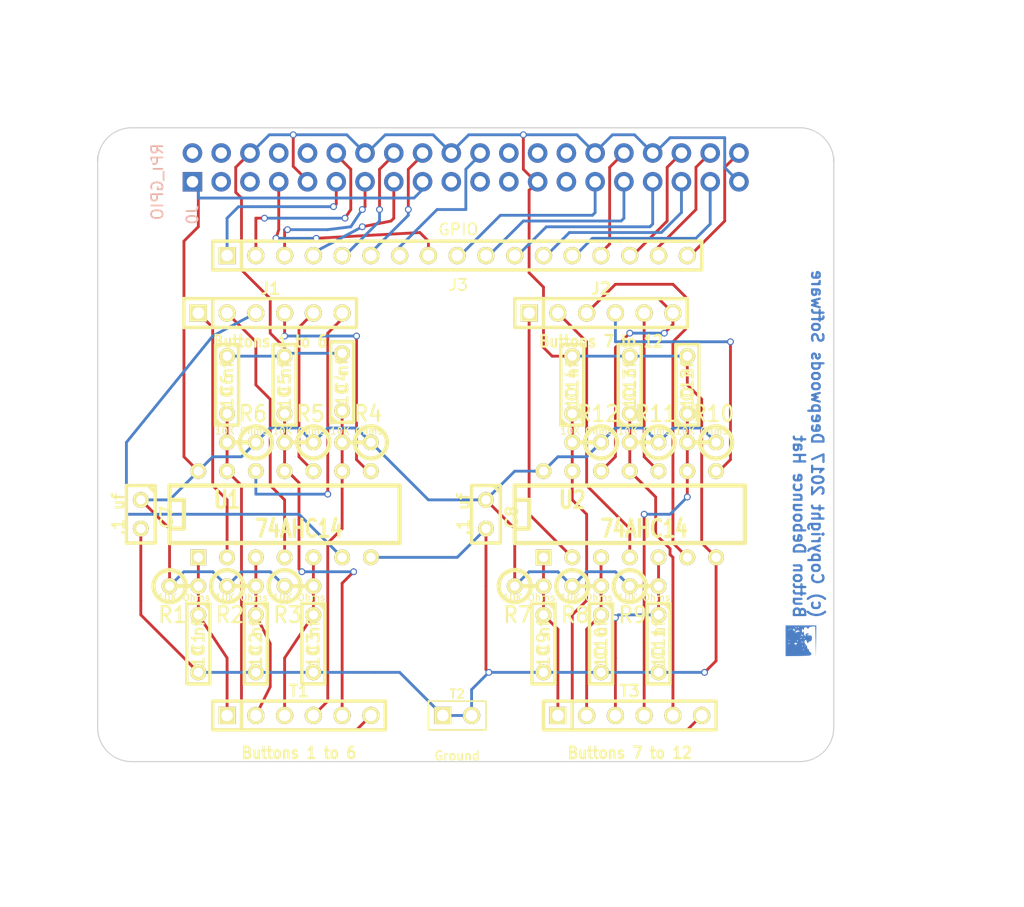
<source format=kicad_pcb>
(kicad_pcb (version 3) (host pcbnew "(2013-june-11)-stable")

  (general
    (links 107)
    (no_connects 0)
    (area 29.28939 20.694 130.847429 101.769)
    (thickness 1.6)
    (drawings 17)
    (tracks 374)
    (zones 0)
    (modules 40)
    (nets 44)
  )

  (page USLetter)
  (title_block 
    (company "Deepwoods Software")
  )

  (layers
    (15 F.Cu signal)
    (0 B.Cu signal)
    (16 B.Adhes user)
    (17 F.Adhes user)
    (18 B.Paste user)
    (19 F.Paste user)
    (20 B.SilkS user)
    (21 F.SilkS user)
    (22 B.Mask user)
    (23 F.Mask user)
    (24 Dwgs.User user)
    (25 Cmts.User user)
    (26 Eco1.User user)
    (27 Eco2.User user)
    (28 Edge.Cuts user)
  )

  (setup
    (last_trace_width 0.25)
    (user_trace_width 0.01)
    (user_trace_width 0.02)
    (user_trace_width 0.05)
    (user_trace_width 0.1)
    (user_trace_width 0.2)
    (trace_clearance 0.2)
    (zone_clearance 0.508)
    (zone_45_only no)
    (trace_min 0.01)
    (segment_width 0.2)
    (edge_width 0.1)
    (via_size 0.6)
    (via_drill 0.4)
    (via_min_size 0.4)
    (via_min_drill 0.3)
    (uvia_size 0.3)
    (uvia_drill 0.1)
    (uvias_allowed no)
    (uvia_min_size 0.2)
    (uvia_min_drill 0.1)
    (pcb_text_width 0.3)
    (pcb_text_size 1.5 1.5)
    (mod_edge_width 0.15)
    (mod_text_size 1 1)
    (mod_text_width 0.15)
    (pad_size 1.524 1.524)
    (pad_drill 1.016)
    (pad_to_mask_clearance 0)
    (aux_axis_origin 0 0)
    (visible_elements 7FFEFFFF)
    (pcbplotparams
      (layerselection 2097152)
      (usegerberextensions false)
      (excludeedgelayer true)
      (linewidth 0.100000)
      (plotframeref false)
      (viasonmask false)
      (mode 1)
      (useauxorigin false)
      (hpglpennumber 1)
      (hpglpenspeed 20)
      (hpglpendiameter 15)
      (hpglpenoverlay 2)
      (psnegative false)
      (psa4output false)
      (plotreference true)
      (plotvalue true)
      (plotothertext true)
      (plotinvisibletext false)
      (padsonsilk false)
      (subtractmaskfromsilk false)
      (outputformat 1)
      (mirror false)
      (drillshape 0)
      (scaleselection 1)
      (outputdirectory meta/))
  )

  (net 0 "")
  (net 1 +3.3V)
  (net 2 "BCM12, wPi 26")
  (net 3 "BCM13, wPi 23")
  (net 4 "BCM16, wPi 27")
  (net 5 "BCM17, wPi 0")
  (net 6 "BCM18, wPi 1")
  (net 7 "BCM19, wPi 24")
  (net 8 "BCM20, wPi 28")
  (net 9 "BCM21, wPi 29")
  (net 10 "BCM22, wPi 3")
  (net 11 "BCM23, wPi 4")
  (net 12 "BCM24, wPi 5")
  (net 13 "BCM25, wPi 6")
  (net 14 "BCM26, wPi 25")
  (net 15 "BCM27, wPi 2")
  (net 16 "BCM4, wPi 7")
  (net 17 "BCM5, wPi 21")
  (net 18 "BCM6, wPi 22")
  (net 19 GND)
  (net 20 N-000001)
  (net 21 N-0000010)
  (net 22 N-000002)
  (net 23 N-0000028)
  (net 24 N-0000029)
  (net 25 N-000003)
  (net 26 N-0000030)
  (net 27 N-0000031)
  (net 28 N-0000032)
  (net 29 N-0000033)
  (net 30 N-0000034)
  (net 31 N-0000035)
  (net 32 N-0000036)
  (net 33 N-0000037)
  (net 34 N-0000038)
  (net 35 N-0000039)
  (net 36 N-0000040)
  (net 37 N-0000041)
  (net 38 N-0000042)
  (net 39 N-0000043)
  (net 40 N-000006)
  (net 41 N-000007)
  (net 42 N-000008)
  (net 43 N-000009)

  (net_class Default "This is the default net class."
    (clearance 0.2)
    (trace_width 0.25)
    (via_dia 0.6)
    (via_drill 0.4)
    (uvia_dia 0.3)
    (uvia_drill 0.1)
    (add_net "")
    (add_net +3.3V)
    (add_net "BCM12, wPi 26")
    (add_net "BCM13, wPi 23")
    (add_net "BCM16, wPi 27")
    (add_net "BCM17, wPi 0")
    (add_net "BCM18, wPi 1")
    (add_net "BCM19, wPi 24")
    (add_net "BCM20, wPi 28")
    (add_net "BCM21, wPi 29")
    (add_net "BCM22, wPi 3")
    (add_net "BCM23, wPi 4")
    (add_net "BCM24, wPi 5")
    (add_net "BCM25, wPi 6")
    (add_net "BCM26, wPi 25")
    (add_net "BCM27, wPi 2")
    (add_net "BCM4, wPi 7")
    (add_net "BCM5, wPi 21")
    (add_net "BCM6, wPi 22")
    (add_net GND)
    (add_net N-000001)
    (add_net N-0000010)
    (add_net N-000002)
    (add_net N-0000028)
    (add_net N-0000029)
    (add_net N-000003)
    (add_net N-0000030)
    (add_net N-0000031)
    (add_net N-0000032)
    (add_net N-0000033)
    (add_net N-0000034)
    (add_net N-0000035)
    (add_net N-0000036)
    (add_net N-0000037)
    (add_net N-0000038)
    (add_net N-0000039)
    (add_net N-0000040)
    (add_net N-0000041)
    (add_net N-0000042)
    (add_net N-0000043)
    (add_net N-000006)
    (add_net N-000007)
    (add_net N-000008)
    (add_net N-000009)
  )

  (module PIN_HEADER-6X1 (layer F.Cu) (tedit 59D29B99) (tstamp 59D27D2A)
    (at 53.34 48.26)
    (descr "Connecteur 6 pins")
    (tags "CONN DEV")
    (path /59D27868)
    (fp_text reference J1 (at 0 -2.159) (layer F.SilkS)
      (effects (font (size 1.016 1.016) (thickness 0.2032)))
    )
    (fp_text value "Buttons 1 to 6" (at 0 2.5) (layer F.SilkS)
      (effects (font (size 1.016 0.889) (thickness 0.2032)))
    )
    (fp_line (start -7.62 1.27) (end -7.62 -1.27) (layer F.SilkS) (width 0.3048))
    (fp_line (start -7.62 -1.27) (end 7.62 -1.27) (layer F.SilkS) (width 0.3048))
    (fp_line (start 7.62 -1.27) (end 7.62 1.27) (layer F.SilkS) (width 0.3048))
    (fp_line (start 7.62 1.27) (end -7.62 1.27) (layer F.SilkS) (width 0.3048))
    (fp_line (start -5.08 1.27) (end -5.08 -1.27) (layer F.SilkS) (width 0.3048))
    (pad 1 thru_hole rect (at -6.35 0) (size 1.524 1.524) (drill 1.016)
      (layers *.Cu *.Mask F.SilkS)
      (net 25 N-000003)
    )
    (pad 2 thru_hole circle (at -3.81 0) (size 1.524 1.524) (drill 1.016)
      (layers *.Cu *.Mask F.SilkS)
      (net 22 N-000002)
    )
    (pad 3 thru_hole circle (at -1.27 0) (size 1.524 1.524) (drill 1.016)
      (layers *.Cu *.Mask F.SilkS)
      (net 20 N-000001)
    )
    (pad 4 thru_hole circle (at 1.27 0) (size 1.524 1.524) (drill 1.016)
      (layers *.Cu *.Mask F.SilkS)
      (net 26 N-0000030)
    )
    (pad 5 thru_hole circle (at 3.81 0) (size 1.524 1.524) (drill 1.016)
      (layers *.Cu *.Mask F.SilkS)
      (net 24 N-0000029)
    )
    (pad 6 thru_hole circle (at 6.35 0) (size 1.524 1.524) (drill 1.016)
      (layers *.Cu *.Mask F.SilkS)
      (net 23 N-0000028)
    )
    (model walter/pin_strip/pin_socket_6.wrl
      (at (xyz 0 0 0))
      (scale (xyz 1 1 1))
      (rotate (xyz 0 0 0))
    )
  )

  (module RPi_Hat:Pin_Header_Straight_2x20   locked (layer B.Cu) (tedit 580FA54B) (tstamp 5516AEA0)
    (at 70.601 35.394 90)
    (descr "Through hole pin header")
    (tags "pin header")
    (path /59D27518)
    (fp_text reference J0 (at -4.191 -24.13 90) (layer B.SilkS)
      (effects (font (size 1 1) (thickness 0.15)) (justify mirror))
    )
    (fp_text value RPI_GPIO (at -1.27 -27.23 90) (layer B.SilkS)
      (effects (font (size 1 1) (thickness 0.15)) (justify mirror))
    )
    (fp_line (start -3.02 -25.88) (end -3.02 25.92) (layer Cmts.User) (width 0.05))
    (fp_line (start 3.03 -25.88) (end 3.03 25.92) (layer Cmts.User) (width 0.05))
    (fp_line (start -3.02 -25.88) (end 3.03 -25.88) (layer Cmts.User) (width 0.05))
    (fp_line (start -3.02 25.92) (end 3.03 25.92) (layer Cmts.User) (width 0.05))
    (fp_line (start 2.54 25.4) (end 2.54 -25.4) (layer Cmts.User) (width 0.15))
    (fp_line (start -2.54 -22.86) (end -2.54 25.4) (layer Cmts.User) (width 0.15))
    (fp_line (start 2.54 25.4) (end -2.54 25.4) (layer Cmts.User) (width 0.15))
    (fp_line (start 2.54 -25.4) (end 0 -25.4) (layer Cmts.User) (width 0.15))
    (fp_line (start -1.27 -25.68) (end -2.82 -25.68) (layer Cmts.User) (width 0.15))
    (fp_line (start 0 -25.4) (end 0 -22.86) (layer Cmts.User) (width 0.15))
    (fp_line (start 0 -22.86) (end -2.54 -22.86) (layer Cmts.User) (width 0.15))
    (fp_line (start -2.82 -25.68) (end -2.82 -24.13) (layer Cmts.User) (width 0.15))
    (pad 1 thru_hole rect (at -1.27 -24.13 90) (size 1.7272 1.7272) (drill 1.016)
      (layers *.Cu *.Mask)
      (net 1 +3.3V)
    )
    (pad 2 thru_hole oval (at 1.27 -24.13 90) (size 1.7272 1.7272) (drill 1.016)
      (layers *.Cu *.Mask)
    )
    (pad 3 thru_hole oval (at -1.27 -21.59 90) (size 1.7272 1.7272) (drill 1.016)
      (layers *.Cu *.Mask)
    )
    (pad 4 thru_hole oval (at 1.27 -21.59 90) (size 1.7272 1.7272) (drill 1.016)
      (layers *.Cu *.Mask)
    )
    (pad 5 thru_hole oval (at -1.27 -19.05 90) (size 1.7272 1.7272) (drill 1.016)
      (layers *.Cu *.Mask)
    )
    (pad 6 thru_hole oval (at 1.27 -19.05 90) (size 1.7272 1.7272) (drill 1.016)
      (layers *.Cu *.Mask)
      (net 19 GND)
    )
    (pad 7 thru_hole oval (at -1.27 -16.51 90) (size 1.7272 1.7272) (drill 1.016)
      (layers *.Cu *.Mask)
      (net 16 "BCM4, wPi 7")
    )
    (pad 8 thru_hole oval (at 1.27 -16.51 90) (size 1.7272 1.7272) (drill 1.016)
      (layers *.Cu *.Mask)
    )
    (pad 9 thru_hole oval (at -1.27 -13.97 90) (size 1.7272 1.7272) (drill 1.016)
      (layers *.Cu *.Mask)
      (net 19 GND)
    )
    (pad 10 thru_hole oval (at 1.27 -13.97 90) (size 1.7272 1.7272) (drill 1.016)
      (layers *.Cu *.Mask)
    )
    (pad 11 thru_hole oval (at -1.27 -11.43 90) (size 1.7272 1.7272) (drill 1.016)
      (layers *.Cu *.Mask)
      (net 5 "BCM17, wPi 0")
    )
    (pad 12 thru_hole oval (at 1.27 -11.43 90) (size 1.7272 1.7272) (drill 1.016)
      (layers *.Cu *.Mask)
      (net 6 "BCM18, wPi 1")
    )
    (pad 13 thru_hole oval (at -1.27 -8.89 90) (size 1.7272 1.7272) (drill 1.016)
      (layers *.Cu *.Mask)
      (net 15 "BCM27, wPi 2")
    )
    (pad 14 thru_hole oval (at 1.27 -8.89 90) (size 1.7272 1.7272) (drill 1.016)
      (layers *.Cu *.Mask)
      (net 19 GND)
    )
    (pad 15 thru_hole oval (at -1.27 -6.35 90) (size 1.7272 1.7272) (drill 1.016)
      (layers *.Cu *.Mask)
      (net 10 "BCM22, wPi 3")
    )
    (pad 16 thru_hole oval (at 1.27 -6.35 90) (size 1.7272 1.7272) (drill 1.016)
      (layers *.Cu *.Mask)
      (net 11 "BCM23, wPi 4")
    )
    (pad 17 thru_hole oval (at -1.27 -3.81 90) (size 1.7272 1.7272) (drill 1.016)
      (layers *.Cu *.Mask)
      (net 1 +3.3V)
    )
    (pad 18 thru_hole oval (at 1.27 -3.81 90) (size 1.7272 1.7272) (drill 1.016)
      (layers *.Cu *.Mask)
      (net 12 "BCM24, wPi 5")
    )
    (pad 19 thru_hole oval (at -1.27 -1.27 90) (size 1.7272 1.7272) (drill 1.016)
      (layers *.Cu *.Mask)
    )
    (pad 20 thru_hole oval (at 1.27 -1.27 90) (size 1.7272 1.7272) (drill 1.016)
      (layers *.Cu *.Mask)
      (net 19 GND)
    )
    (pad 21 thru_hole oval (at -1.27 1.27 90) (size 1.7272 1.7272) (drill 1.016)
      (layers *.Cu *.Mask)
    )
    (pad 22 thru_hole oval (at 1.27 1.27 90) (size 1.7272 1.7272) (drill 1.016)
      (layers *.Cu *.Mask)
      (net 13 "BCM25, wPi 6")
    )
    (pad 23 thru_hole oval (at -1.27 3.81 90) (size 1.7272 1.7272) (drill 1.016)
      (layers *.Cu *.Mask)
    )
    (pad 24 thru_hole oval (at 1.27 3.81 90) (size 1.7272 1.7272) (drill 1.016)
      (layers *.Cu *.Mask)
    )
    (pad 25 thru_hole oval (at -1.27 6.35 90) (size 1.7272 1.7272) (drill 1.016)
      (layers *.Cu *.Mask)
      (net 19 GND)
    )
    (pad 26 thru_hole oval (at 1.27 6.35 90) (size 1.7272 1.7272) (drill 1.016)
      (layers *.Cu *.Mask)
    )
    (pad 27 thru_hole oval (at -1.27 8.89 90) (size 1.7272 1.7272) (drill 1.016)
      (layers *.Cu *.Mask)
    )
    (pad 28 thru_hole oval (at 1.27 8.89 90) (size 1.7272 1.7272) (drill 1.016)
      (layers *.Cu *.Mask)
    )
    (pad 29 thru_hole oval (at -1.27 11.43 90) (size 1.7272 1.7272) (drill 1.016)
      (layers *.Cu *.Mask)
      (net 17 "BCM5, wPi 21")
    )
    (pad 30 thru_hole oval (at 1.27 11.43 90) (size 1.7272 1.7272) (drill 1.016)
      (layers *.Cu *.Mask)
      (net 19 GND)
    )
    (pad 31 thru_hole oval (at -1.27 13.97 90) (size 1.7272 1.7272) (drill 1.016)
      (layers *.Cu *.Mask)
      (net 18 "BCM6, wPi 22")
    )
    (pad 32 thru_hole oval (at 1.27 13.97 90) (size 1.7272 1.7272) (drill 1.016)
      (layers *.Cu *.Mask)
      (net 2 "BCM12, wPi 26")
    )
    (pad 33 thru_hole oval (at -1.27 16.51 90) (size 1.7272 1.7272) (drill 1.016)
      (layers *.Cu *.Mask)
      (net 3 "BCM13, wPi 23")
    )
    (pad 34 thru_hole oval (at 1.27 16.51 90) (size 1.7272 1.7272) (drill 1.016)
      (layers *.Cu *.Mask)
      (net 19 GND)
    )
    (pad 35 thru_hole oval (at -1.27 19.05 90) (size 1.7272 1.7272) (drill 1.016)
      (layers *.Cu *.Mask)
      (net 7 "BCM19, wPi 24")
    )
    (pad 36 thru_hole oval (at 1.27 19.05 90) (size 1.7272 1.7272) (drill 1.016)
      (layers *.Cu *.Mask)
      (net 4 "BCM16, wPi 27")
    )
    (pad 37 thru_hole oval (at -1.27 21.59 90) (size 1.7272 1.7272) (drill 1.016)
      (layers *.Cu *.Mask)
      (net 14 "BCM26, wPi 25")
    )
    (pad 38 thru_hole oval (at 1.27 21.59 90) (size 1.7272 1.7272) (drill 1.016)
      (layers *.Cu *.Mask)
      (net 8 "BCM20, wPi 28")
    )
    (pad 39 thru_hole oval (at -1.27 24.13 90) (size 1.7272 1.7272) (drill 1.016)
      (layers *.Cu *.Mask)
      (net 19 GND)
    )
    (pad 40 thru_hole oval (at 1.27 24.13 90) (size 1.7272 1.7272) (drill 1.016)
      (layers *.Cu *.Mask)
      (net 9 "BCM21, wPi 29")
    )
    (model walter/pin_strip/pin_socket_20x2.wrl
      (at (xyz 0 0 0))
      (scale (xyz 1 1 1))
      (rotate (xyz 0 0 90))
    )
    (model walter/pin_strip/pin_strip_20x2.wrl
      (at (xyz 0 0 0.03125))
      (scale (xyz 1 1 1))
      (rotate (xyz 180 0 90))
    )
  )

  (module RPi_Hat:RPi_Hat_Mounting_Hole   locked (layer B.Cu) (tedit 580FABD5) (tstamp 5515DEA9)
    (at 99.601 35.394)
    (descr "Mounting hole, Befestigungsbohrung, 2,7mm, No Annular, Kein Restring,")
    (tags "Mounting hole, Befestigungsbohrung, 2,7mm, No Annular, Kein Restring,")
    (fp_text reference H2 (at 0 -4.0005) (layer B.SilkS) hide
      (effects (font (size 1 1) (thickness 0.15)) (justify mirror))
    )
    (fp_text value "" (at 0.09906 3.59918) (layer B.SilkS) hide
      (effects (font (size 1 1) (thickness 0.15)) (justify mirror))
    )
    (fp_circle (center 0 0) (end 1.375 0) (layer Cmts.User) (width 0.15))
    (fp_circle (center 0 0) (end 3.1 0) (layer Cmts.User) (width 0.15))
    (fp_circle (center 0 0) (end 3.1 0) (layer Cmts.User) (width 0.15))
    (fp_circle (center 0 0) (end 1.375 0) (layer Cmts.User) (width 0.15))
    (fp_circle (center 0 0) (end 3.1 0) (layer Cmts.User) (width 0.15))
    (fp_circle (center 0 0) (end 3.1 0) (layer Cmts.User) (width 0.15))
    (pad "" np_thru_hole circle (at 0 0) (size 2.75 2.75) (drill 2.75)
      (layers *.Cu *.Mask)
      (solder_mask_margin 1.725)
      (clearance 1.725)
    )
  )

  (module RPi_Hat:RPi_Hat_Mounting_Hole   locked (layer B.Cu) (tedit 580FABF4) (tstamp 55169DC9)
    (at 99.601 84.394)
    (descr "Mounting hole, Befestigungsbohrung, 2,7mm, No Annular, Kein Restring,")
    (tags "Mounting hole, Befestigungsbohrung, 2,7mm, No Annular, Kein Restring,")
    (fp_text reference H4 (at 0 -4.0005) (layer B.SilkS) hide
      (effects (font (size 1 1) (thickness 0.15)) (justify mirror))
    )
    (fp_text value "" (at 0.09906 3.59918) (layer B.SilkS) hide
      (effects (font (size 1 1) (thickness 0.15)) (justify mirror))
    )
    (fp_circle (center 0 0) (end 1.375 0) (layer Cmts.User) (width 0.15))
    (fp_circle (center 0 0) (end 3.1 0) (layer Cmts.User) (width 0.15))
    (fp_circle (center 0 0) (end 3.1 0) (layer Cmts.User) (width 0.15))
    (fp_circle (center 0 0) (end 1.375 0) (layer Cmts.User) (width 0.15))
    (fp_circle (center 0 0) (end 3.1 0) (layer Cmts.User) (width 0.15))
    (fp_circle (center 0 0) (end 3.1 0) (layer Cmts.User) (width 0.15))
    (pad "" np_thru_hole circle (at 0 0) (size 2.75 2.75) (drill 2.75)
      (layers *.Cu *.Mask)
      (solder_mask_margin 1.725)
      (clearance 1.725)
    )
  )

  (module RPi_Hat:RPi_Hat_Mounting_Hole   locked (layer B.Cu) (tedit 580FABE5) (tstamp 5515DECC)
    (at 41.601 84.394)
    (descr "Mounting hole, Befestigungsbohrung, 2,7mm, No Annular, Kein Restring,")
    (tags "Mounting hole, Befestigungsbohrung, 2,7mm, No Annular, Kein Restring,")
    (fp_text reference H3 (at 0 -4.0005) (layer B.SilkS) hide
      (effects (font (size 1 1) (thickness 0.15)) (justify mirror))
    )
    (fp_text value "" (at 0.09906 3.59918) (layer B.SilkS) hide
      (effects (font (size 1 1) (thickness 0.15)) (justify mirror))
    )
    (fp_circle (center 0 0) (end 1.375 0) (layer Cmts.User) (width 0.15))
    (fp_circle (center 0 0) (end 3.1 0) (layer Cmts.User) (width 0.15))
    (fp_circle (center 0 0) (end 3.1 0) (layer Cmts.User) (width 0.15))
    (fp_circle (center 0 0) (end 1.375 0) (layer Cmts.User) (width 0.15))
    (fp_circle (center 0 0) (end 3.1 0) (layer Cmts.User) (width 0.15))
    (fp_circle (center 0 0) (end 3.1 0) (layer Cmts.User) (width 0.15))
    (pad "" np_thru_hole circle (at 0 0) (size 2.75 2.75) (drill 2.75)
      (layers *.Cu *.Mask)
      (solder_mask_margin 1.725)
      (clearance 1.725)
    )
  )

  (module RPi_Hat:RPi_Hat_Mounting_Hole   locked (layer B.Cu) (tedit 580FABC5) (tstamp 5515DEBF)
    (at 41.601 35.394)
    (descr "Mounting hole, Befestigungsbohrung, 2,7mm, No Annular, Kein Restring,")
    (tags "Mounting hole, Befestigungsbohrung, 2,7mm, No Annular, Kein Restring,")
    (fp_text reference H1 (at 0 -4.0005) (layer B.SilkS) hide
      (effects (font (size 1 1) (thickness 0.15)) (justify mirror))
    )
    (fp_text value "" (at 0.09906 3.59918) (layer B.SilkS) hide
      (effects (font (size 1 1) (thickness 0.15)) (justify mirror))
    )
    (fp_circle (center 0 0) (end 1.375 0) (layer Cmts.User) (width 0.15))
    (fp_circle (center 0 0) (end 3.1 0) (layer Cmts.User) (width 0.15))
    (fp_circle (center 0 0) (end 3.1 0) (layer Cmts.User) (width 0.15))
    (fp_circle (center 0 0) (end 1.375 0) (layer Cmts.User) (width 0.15))
    (fp_circle (center 0 0) (end 3.1 0) (layer Cmts.User) (width 0.15))
    (fp_circle (center 0 0) (end 3.1 0) (layer Cmts.User) (width 0.15))
    (pad "" np_thru_hole circle (at 0 0) (size 2.75 2.75) (drill 2.75)
      (layers *.Cu *.Mask)
      (solder_mask_margin 1.725)
      (clearance 1.725)
    )
  )

  (module R1 (layer F.Cu) (tedit 59D28E94) (tstamp 59D27C7D)
    (at 50.8 59.69 180)
    (descr "Resistance verticale")
    (tags R)
    (path /59D27203)
    (autoplace_cost90 10)
    (autoplace_cost180 10)
    (fp_text reference R6 (at -1.016 2.54 180) (layer F.SilkS)
      (effects (font (size 1.397 1.27) (thickness 0.2032)))
    )
    (fp_text value "10K Ohms" (at 0 1 180) (layer F.SilkS)
      (effects (font (size 0.6 0.6) (thickness 0.1)))
    )
    (fp_line (start -1.27 0) (end 1.27 0) (layer F.SilkS) (width 0.381))
    (fp_circle (center -1.27 0) (end -0.635 1.27) (layer F.SilkS) (width 0.381))
    (pad 1 thru_hole circle (at -1.27 0 180) (size 1.397 1.397) (drill 0.8128)
      (layers *.Cu *.Mask F.SilkS)
      (net 1 +3.3V)
    )
    (pad 2 thru_hole circle (at 1.27 0 180) (size 1.397 1.397) (drill 0.8128)
      (layers *.Cu *.Mask F.SilkS)
      (net 28 N-0000032)
    )
    (model discret/verti_resistor.wrl
      (at (xyz 0 0 0))
      (scale (xyz 1 1 1))
      (rotate (xyz 0 0 0))
    )
  )

  (module R1 (layer F.Cu) (tedit 200000) (tstamp 59D27C85)
    (at 55.88 59.69 180)
    (descr "Resistance verticale")
    (tags R)
    (path /59D271F4)
    (autoplace_cost90 10)
    (autoplace_cost180 10)
    (fp_text reference R5 (at -1.016 2.54 180) (layer F.SilkS)
      (effects (font (size 1.397 1.27) (thickness 0.2032)))
    )
    (fp_text value "10K Ohms" (at 0 1 180) (layer F.SilkS)
      (effects (font (size 0.6 0.6) (thickness 0.1)))
    )
    (fp_line (start -1.27 0) (end 1.27 0) (layer F.SilkS) (width 0.381))
    (fp_circle (center -1.27 0) (end -0.635 1.27) (layer F.SilkS) (width 0.381))
    (pad 1 thru_hole circle (at -1.27 0 180) (size 1.397 1.397) (drill 0.8128)
      (layers *.Cu *.Mask F.SilkS)
      (net 1 +3.3V)
    )
    (pad 2 thru_hole circle (at 1.27 0 180) (size 1.397 1.397) (drill 0.8128)
      (layers *.Cu *.Mask F.SilkS)
      (net 29 N-0000033)
    )
    (model discret/verti_resistor.wrl
      (at (xyz 0 0 0))
      (scale (xyz 1 1 1))
      (rotate (xyz 0 0 0))
    )
  )

  (module R1 (layer F.Cu) (tedit 200000) (tstamp 59D27C8D)
    (at 60.96 59.69 180)
    (descr "Resistance verticale")
    (tags R)
    (path /59D271E5)
    (autoplace_cost90 10)
    (autoplace_cost180 10)
    (fp_text reference R4 (at -1.016 2.54 180) (layer F.SilkS)
      (effects (font (size 1.397 1.27) (thickness 0.2032)))
    )
    (fp_text value "10K Ohms" (at 0 1 180) (layer F.SilkS)
      (effects (font (size 0.6 0.6) (thickness 0.1)))
    )
    (fp_line (start -1.27 0) (end 1.27 0) (layer F.SilkS) (width 0.381))
    (fp_circle (center -1.27 0) (end -0.635 1.27) (layer F.SilkS) (width 0.381))
    (pad 1 thru_hole circle (at -1.27 0 180) (size 1.397 1.397) (drill 0.8128)
      (layers *.Cu *.Mask F.SilkS)
      (net 1 +3.3V)
    )
    (pad 2 thru_hole circle (at 1.27 0 180) (size 1.397 1.397) (drill 0.8128)
      (layers *.Cu *.Mask F.SilkS)
      (net 30 N-0000034)
    )
    (model discret/verti_resistor.wrl
      (at (xyz 0 0 0))
      (scale (xyz 1 1 1))
      (rotate (xyz 0 0 0))
    )
  )

  (module R1 (layer F.Cu) (tedit 200000) (tstamp 59D27C95)
    (at 55.88 72.39)
    (descr "Resistance verticale")
    (tags R)
    (path /59D271D6)
    (autoplace_cost90 10)
    (autoplace_cost180 10)
    (fp_text reference R3 (at -1.016 2.54) (layer F.SilkS)
      (effects (font (size 1.397 1.27) (thickness 0.2032)))
    )
    (fp_text value "10K Ohms" (at 0 1 180) (layer F.SilkS)
      (effects (font (size 0.6 0.6) (thickness 0.1)))
    )
    (fp_line (start -1.27 0) (end 1.27 0) (layer F.SilkS) (width 0.381))
    (fp_circle (center -1.27 0) (end -0.635 1.27) (layer F.SilkS) (width 0.381))
    (pad 1 thru_hole circle (at -1.27 0) (size 1.397 1.397) (drill 0.8128)
      (layers *.Cu *.Mask F.SilkS)
      (net 1 +3.3V)
    )
    (pad 2 thru_hole circle (at 1.27 0) (size 1.397 1.397) (drill 0.8128)
      (layers *.Cu *.Mask F.SilkS)
      (net 31 N-0000035)
    )
    (model discret/verti_resistor.wrl
      (at (xyz 0 0 0))
      (scale (xyz 1 1 1))
      (rotate (xyz 0 0 0))
    )
  )

  (module R1 (layer F.Cu) (tedit 200000) (tstamp 59D27C9D)
    (at 50.8 72.39)
    (descr "Resistance verticale")
    (tags R)
    (path /59D271C7)
    (autoplace_cost90 10)
    (autoplace_cost180 10)
    (fp_text reference R2 (at -1.016 2.54) (layer F.SilkS)
      (effects (font (size 1.397 1.27) (thickness 0.2032)))
    )
    (fp_text value "10K Ohms" (at 0 1 180) (layer F.SilkS)
      (effects (font (size 0.6 0.6) (thickness 0.1)))
    )
    (fp_line (start -1.27 0) (end 1.27 0) (layer F.SilkS) (width 0.381))
    (fp_circle (center -1.27 0) (end -0.635 1.27) (layer F.SilkS) (width 0.381))
    (pad 1 thru_hole circle (at -1.27 0) (size 1.397 1.397) (drill 0.8128)
      (layers *.Cu *.Mask F.SilkS)
      (net 1 +3.3V)
    )
    (pad 2 thru_hole circle (at 1.27 0) (size 1.397 1.397) (drill 0.8128)
      (layers *.Cu *.Mask F.SilkS)
      (net 32 N-0000036)
    )
    (model discret/verti_resistor.wrl
      (at (xyz 0 0 0))
      (scale (xyz 1 1 1))
      (rotate (xyz 0 0 0))
    )
  )

  (module R1 (layer F.Cu) (tedit 200000) (tstamp 59D27CA5)
    (at 45.72 72.39)
    (descr "Resistance verticale")
    (tags R)
    (path /59D271B8)
    (autoplace_cost90 10)
    (autoplace_cost180 10)
    (fp_text reference R1 (at -1.016 2.54) (layer F.SilkS)
      (effects (font (size 1.397 1.27) (thickness 0.2032)))
    )
    (fp_text value "10K Ohms" (at 0 1 180) (layer F.SilkS)
      (effects (font (size 0.6 0.6) (thickness 0.1)))
    )
    (fp_line (start -1.27 0) (end 1.27 0) (layer F.SilkS) (width 0.381))
    (fp_circle (center -1.27 0) (end -0.635 1.27) (layer F.SilkS) (width 0.381))
    (pad 1 thru_hole circle (at -1.27 0) (size 1.397 1.397) (drill 0.8128)
      (layers *.Cu *.Mask F.SilkS)
      (net 1 +3.3V)
    )
    (pad 2 thru_hole circle (at 1.27 0) (size 1.397 1.397) (drill 0.8128)
      (layers *.Cu *.Mask F.SilkS)
      (net 33 N-0000037)
    )
    (model discret/verti_resistor.wrl
      (at (xyz 0 0 0))
      (scale (xyz 1 1 1))
      (rotate (xyz 0 0 0))
    )
  )

  (module R1 (layer F.Cu) (tedit 200000) (tstamp 59D27CAD)
    (at 81.28 59.69 180)
    (descr "Resistance verticale")
    (tags R)
    (path /59D271A9)
    (autoplace_cost90 10)
    (autoplace_cost180 10)
    (fp_text reference R12 (at -1.016 2.54 180) (layer F.SilkS)
      (effects (font (size 1.397 1.27) (thickness 0.2032)))
    )
    (fp_text value "10K Ohms" (at 0 1 180) (layer F.SilkS)
      (effects (font (size 0.6 0.6) (thickness 0.1)))
    )
    (fp_line (start -1.27 0) (end 1.27 0) (layer F.SilkS) (width 0.381))
    (fp_circle (center -1.27 0) (end -0.635 1.27) (layer F.SilkS) (width 0.381))
    (pad 1 thru_hole circle (at -1.27 0 180) (size 1.397 1.397) (drill 0.8128)
      (layers *.Cu *.Mask F.SilkS)
      (net 1 +3.3V)
    )
    (pad 2 thru_hole circle (at 1.27 0 180) (size 1.397 1.397) (drill 0.8128)
      (layers *.Cu *.Mask F.SilkS)
      (net 34 N-0000038)
    )
    (model discret/verti_resistor.wrl
      (at (xyz 0 0 0))
      (scale (xyz 1 1 1))
      (rotate (xyz 0 0 0))
    )
  )

  (module R1 (layer F.Cu) (tedit 200000) (tstamp 59D27CB5)
    (at 86.36 59.69 180)
    (descr "Resistance verticale")
    (tags R)
    (path /59D2719A)
    (autoplace_cost90 10)
    (autoplace_cost180 10)
    (fp_text reference R11 (at -1.016 2.54 180) (layer F.SilkS)
      (effects (font (size 1.397 1.27) (thickness 0.2032)))
    )
    (fp_text value "10K Ohms" (at 0 1 180) (layer F.SilkS)
      (effects (font (size 0.6 0.6) (thickness 0.1)))
    )
    (fp_line (start -1.27 0) (end 1.27 0) (layer F.SilkS) (width 0.381))
    (fp_circle (center -1.27 0) (end -0.635 1.27) (layer F.SilkS) (width 0.381))
    (pad 1 thru_hole circle (at -1.27 0 180) (size 1.397 1.397) (drill 0.8128)
      (layers *.Cu *.Mask F.SilkS)
      (net 1 +3.3V)
    )
    (pad 2 thru_hole circle (at 1.27 0 180) (size 1.397 1.397) (drill 0.8128)
      (layers *.Cu *.Mask F.SilkS)
      (net 35 N-0000039)
    )
    (model discret/verti_resistor.wrl
      (at (xyz 0 0 0))
      (scale (xyz 1 1 1))
      (rotate (xyz 0 0 0))
    )
  )

  (module R1 (layer F.Cu) (tedit 200000) (tstamp 59D27CBD)
    (at 91.44 59.69 180)
    (descr "Resistance verticale")
    (tags R)
    (path /59D2718B)
    (autoplace_cost90 10)
    (autoplace_cost180 10)
    (fp_text reference R10 (at -1.016 2.54 180) (layer F.SilkS)
      (effects (font (size 1.397 1.27) (thickness 0.2032)))
    )
    (fp_text value "10K Ohms" (at 0 1 180) (layer F.SilkS)
      (effects (font (size 0.6 0.6) (thickness 0.1)))
    )
    (fp_line (start -1.27 0) (end 1.27 0) (layer F.SilkS) (width 0.381))
    (fp_circle (center -1.27 0) (end -0.635 1.27) (layer F.SilkS) (width 0.381))
    (pad 1 thru_hole circle (at -1.27 0 180) (size 1.397 1.397) (drill 0.8128)
      (layers *.Cu *.Mask F.SilkS)
      (net 1 +3.3V)
    )
    (pad 2 thru_hole circle (at 1.27 0 180) (size 1.397 1.397) (drill 0.8128)
      (layers *.Cu *.Mask F.SilkS)
      (net 36 N-0000040)
    )
    (model discret/verti_resistor.wrl
      (at (xyz 0 0 0))
      (scale (xyz 1 1 1))
      (rotate (xyz 0 0 0))
    )
  )

  (module R1 (layer F.Cu) (tedit 200000) (tstamp 59D27CC5)
    (at 86.36 72.39)
    (descr "Resistance verticale")
    (tags R)
    (path /59D27172)
    (autoplace_cost90 10)
    (autoplace_cost180 10)
    (fp_text reference R9 (at -1.016 2.54) (layer F.SilkS)
      (effects (font (size 1.397 1.27) (thickness 0.2032)))
    )
    (fp_text value "10K Ohms" (at 0 1 180) (layer F.SilkS)
      (effects (font (size 0.6 0.6) (thickness 0.1)))
    )
    (fp_line (start -1.27 0) (end 1.27 0) (layer F.SilkS) (width 0.381))
    (fp_circle (center -1.27 0) (end -0.635 1.27) (layer F.SilkS) (width 0.381))
    (pad 1 thru_hole circle (at -1.27 0) (size 1.397 1.397) (drill 0.8128)
      (layers *.Cu *.Mask F.SilkS)
      (net 1 +3.3V)
    )
    (pad 2 thru_hole circle (at 1.27 0) (size 1.397 1.397) (drill 0.8128)
      (layers *.Cu *.Mask F.SilkS)
      (net 37 N-0000041)
    )
    (model discret/verti_resistor.wrl
      (at (xyz 0 0 0))
      (scale (xyz 1 1 1))
      (rotate (xyz 0 0 0))
    )
  )

  (module R1 (layer F.Cu) (tedit 200000) (tstamp 59D27CCD)
    (at 81.28 72.39)
    (descr "Resistance verticale")
    (tags R)
    (path /59D27163)
    (autoplace_cost90 10)
    (autoplace_cost180 10)
    (fp_text reference R8 (at -1.016 2.54) (layer F.SilkS)
      (effects (font (size 1.397 1.27) (thickness 0.2032)))
    )
    (fp_text value "10K Ohms" (at 0 1 180) (layer F.SilkS)
      (effects (font (size 0.6 0.6) (thickness 0.1)))
    )
    (fp_line (start -1.27 0) (end 1.27 0) (layer F.SilkS) (width 0.381))
    (fp_circle (center -1.27 0) (end -0.635 1.27) (layer F.SilkS) (width 0.381))
    (pad 1 thru_hole circle (at -1.27 0) (size 1.397 1.397) (drill 0.8128)
      (layers *.Cu *.Mask F.SilkS)
      (net 1 +3.3V)
    )
    (pad 2 thru_hole circle (at 1.27 0) (size 1.397 1.397) (drill 0.8128)
      (layers *.Cu *.Mask F.SilkS)
      (net 38 N-0000042)
    )
    (model discret/verti_resistor.wrl
      (at (xyz 0 0 0))
      (scale (xyz 1 1 1))
      (rotate (xyz 0 0 0))
    )
  )

  (module R1 (layer F.Cu) (tedit 200000) (tstamp 59D27CD5)
    (at 76.2 72.39)
    (descr "Resistance verticale")
    (tags R)
    (path /59D27154)
    (autoplace_cost90 10)
    (autoplace_cost180 10)
    (fp_text reference R7 (at -1.016 2.54) (layer F.SilkS)
      (effects (font (size 1.397 1.27) (thickness 0.2032)))
    )
    (fp_text value "10K Ohms" (at 0 1 180) (layer F.SilkS)
      (effects (font (size 0.6 0.6) (thickness 0.1)))
    )
    (fp_line (start -1.27 0) (end 1.27 0) (layer F.SilkS) (width 0.381))
    (fp_circle (center -1.27 0) (end -0.635 1.27) (layer F.SilkS) (width 0.381))
    (pad 1 thru_hole circle (at -1.27 0) (size 1.397 1.397) (drill 0.8128)
      (layers *.Cu *.Mask F.SilkS)
      (net 1 +3.3V)
    )
    (pad 2 thru_hole circle (at 1.27 0) (size 1.397 1.397) (drill 0.8128)
      (layers *.Cu *.Mask F.SilkS)
      (net 39 N-0000043)
    )
    (model discret/verti_resistor.wrl
      (at (xyz 0 0 0))
      (scale (xyz 1 1 1))
      (rotate (xyz 0 0 0))
    )
  )

  (module PIN_ARRAY_2X1 (layer F.Cu) (tedit 59E54F6D) (tstamp 59D27CDF)
    (at 69.85 83.82)
    (descr "Connecteurs 2 pins")
    (tags "CONN DEV")
    (path /59D28959)
    (fp_text reference T2 (at 0 -1.905) (layer F.SilkS)
      (effects (font (size 0.762 0.762) (thickness 0.1524)))
    )
    (fp_text value Ground (at 0 3.556) (layer F.SilkS)
      (effects (font (size 0.762 0.762) (thickness 0.1524)))
    )
    (fp_line (start -2.54 1.27) (end -2.54 -1.27) (layer F.SilkS) (width 0.1524))
    (fp_line (start -2.54 -1.27) (end 2.54 -1.27) (layer F.SilkS) (width 0.1524))
    (fp_line (start 2.54 -1.27) (end 2.54 1.27) (layer F.SilkS) (width 0.1524))
    (fp_line (start 2.54 1.27) (end -2.54 1.27) (layer F.SilkS) (width 0.1524))
    (pad 1 thru_hole rect (at -1.27 0) (size 1.524 1.524) (drill 1.016)
      (layers *.Cu *.Mask F.SilkS)
      (net 19 GND)
    )
    (pad 2 thru_hole circle (at 1.27 0) (size 1.524 1.524) (drill 1.016)
      (layers *.Cu *.Mask F.SilkS)
      (net 19 GND)
    )
    (model walter/conn_screw/mors_2p.wrl
      (at (xyz 0 0 0))
      (scale (xyz 0.5 0.5 0.5))
      (rotate (xyz 0 0 180))
    )
  )

  (module PIN_ARRAY-6X1 (layer F.Cu) (tedit 59D29BA2) (tstamp 59D27D0C)
    (at 82.55 48.26)
    (descr "Connecteur 6 pins")
    (tags "CONN DEV")
    (path /59D27886)
    (fp_text reference J2 (at 0 -2.159) (layer F.SilkS)
      (effects (font (size 1.016 1.016) (thickness 0.2032)))
    )
    (fp_text value "Buttons 7 to 12" (at 0 2.5) (layer F.SilkS)
      (effects (font (size 1.016 0.889) (thickness 0.2032)))
    )
    (fp_line (start -7.62 1.27) (end -7.62 -1.27) (layer F.SilkS) (width 0.3048))
    (fp_line (start -7.62 -1.27) (end 7.62 -1.27) (layer F.SilkS) (width 0.3048))
    (fp_line (start 7.62 -1.27) (end 7.62 1.27) (layer F.SilkS) (width 0.3048))
    (fp_line (start 7.62 1.27) (end -7.62 1.27) (layer F.SilkS) (width 0.3048))
    (fp_line (start -5.08 1.27) (end -5.08 -1.27) (layer F.SilkS) (width 0.3048))
    (pad 1 thru_hole rect (at -6.35 0) (size 1.524 1.524) (drill 1.016)
      (layers *.Cu *.Mask F.SilkS)
      (net 21 N-0000010)
    )
    (pad 2 thru_hole circle (at -3.81 0) (size 1.524 1.524) (drill 1.016)
      (layers *.Cu *.Mask F.SilkS)
      (net 43 N-000009)
    )
    (pad 3 thru_hole circle (at -1.27 0) (size 1.524 1.524) (drill 1.016)
      (layers *.Cu *.Mask F.SilkS)
      (net 42 N-000008)
    )
    (pad 4 thru_hole circle (at 1.27 0) (size 1.524 1.524) (drill 1.016)
      (layers *.Cu *.Mask F.SilkS)
      (net 41 N-000007)
    )
    (pad 5 thru_hole circle (at 3.81 0) (size 1.524 1.524) (drill 1.016)
      (layers *.Cu *.Mask F.SilkS)
      (net 40 N-000006)
    )
    (pad 6 thru_hole circle (at 6.35 0) (size 1.524 1.524) (drill 1.016)
      (layers *.Cu *.Mask F.SilkS)
      (net 27 N-0000031)
    )
    (model walter/pin_strip/pin_socket_6.wrl
      (at (xyz 0 0 0))
      (scale (xyz 1 1 1))
      (rotate (xyz 0 0 0))
    )
  )

  (module PIN_ARRAY-6X1 (layer F.Cu) (tedit 59E54F78) (tstamp 59D27D1B)
    (at 85.09 83.82)
    (descr "Connecteur 6 pins")
    (tags "CONN DEV")
    (path /59D27877)
    (fp_text reference T3 (at 0 -2.159) (layer F.SilkS)
      (effects (font (size 1.016 1.016) (thickness 0.2032)))
    )
    (fp_text value "Buttons 7 to 12" (at 0 3.302) (layer F.SilkS)
      (effects (font (size 1.016 0.889) (thickness 0.2032)))
    )
    (fp_line (start -7.62 1.27) (end -7.62 -1.27) (layer F.SilkS) (width 0.3048))
    (fp_line (start -7.62 -1.27) (end 7.62 -1.27) (layer F.SilkS) (width 0.3048))
    (fp_line (start 7.62 -1.27) (end 7.62 1.27) (layer F.SilkS) (width 0.3048))
    (fp_line (start 7.62 1.27) (end -7.62 1.27) (layer F.SilkS) (width 0.3048))
    (fp_line (start -5.08 1.27) (end -5.08 -1.27) (layer F.SilkS) (width 0.3048))
    (pad 1 thru_hole rect (at -6.35 0) (size 1.524 1.524) (drill 1.016)
      (layers *.Cu *.Mask F.SilkS)
      (net 39 N-0000043)
    )
    (pad 2 thru_hole circle (at -3.81 0) (size 1.524 1.524) (drill 1.016)
      (layers *.Cu *.Mask F.SilkS)
      (net 38 N-0000042)
    )
    (pad 3 thru_hole circle (at -1.27 0) (size 1.524 1.524) (drill 1.016)
      (layers *.Cu *.Mask F.SilkS)
      (net 37 N-0000041)
    )
    (pad 4 thru_hole circle (at 1.27 0) (size 1.524 1.524) (drill 1.016)
      (layers *.Cu *.Mask F.SilkS)
      (net 36 N-0000040)
    )
    (pad 5 thru_hole circle (at 3.81 0) (size 1.524 1.524) (drill 1.016)
      (layers *.Cu *.Mask F.SilkS)
      (net 35 N-0000039)
    )
    (pad 6 thru_hole circle (at 6.35 0) (size 1.524 1.524) (drill 1.016)
      (layers *.Cu *.Mask F.SilkS)
      (net 34 N-0000038)
    )
    (model walter/conn_screw/mors_6p.wrl
      (at (xyz 0 0 0))
      (scale (xyz 0.5 0.5 0.5))
      (rotate (xyz 0 0 180))
    )
  )

  (module PIN_ARRAY-6X1 (layer F.Cu) (tedit 59E54F62) (tstamp 59D27D39)
    (at 55.88 83.82)
    (descr "Connecteur 6 pins")
    (tags "CONN DEV")
    (path /59D27859)
    (fp_text reference T1 (at 0 -2.159) (layer F.SilkS)
      (effects (font (size 1.016 1.016) (thickness 0.2032)))
    )
    (fp_text value "Buttons 1 to 6" (at 0 3.302) (layer F.SilkS)
      (effects (font (size 1.016 0.889) (thickness 0.2032)))
    )
    (fp_line (start -7.62 1.27) (end -7.62 -1.27) (layer F.SilkS) (width 0.3048))
    (fp_line (start -7.62 -1.27) (end 7.62 -1.27) (layer F.SilkS) (width 0.3048))
    (fp_line (start 7.62 -1.27) (end 7.62 1.27) (layer F.SilkS) (width 0.3048))
    (fp_line (start 7.62 1.27) (end -7.62 1.27) (layer F.SilkS) (width 0.3048))
    (fp_line (start -5.08 1.27) (end -5.08 -1.27) (layer F.SilkS) (width 0.3048))
    (pad 1 thru_hole rect (at -6.35 0) (size 1.524 1.524) (drill 1.016)
      (layers *.Cu *.Mask F.SilkS)
      (net 33 N-0000037)
    )
    (pad 2 thru_hole circle (at -3.81 0) (size 1.524 1.524) (drill 1.016)
      (layers *.Cu *.Mask F.SilkS)
      (net 32 N-0000036)
    )
    (pad 3 thru_hole circle (at -1.27 0) (size 1.524 1.524) (drill 1.016)
      (layers *.Cu *.Mask F.SilkS)
      (net 31 N-0000035)
    )
    (pad 4 thru_hole circle (at 1.27 0) (size 1.524 1.524) (drill 1.016)
      (layers *.Cu *.Mask F.SilkS)
      (net 30 N-0000034)
    )
    (pad 5 thru_hole circle (at 3.81 0) (size 1.524 1.524) (drill 1.016)
      (layers *.Cu *.Mask F.SilkS)
      (net 29 N-0000033)
    )
    (pad 6 thru_hole circle (at 6.35 0) (size 1.524 1.524) (drill 1.016)
      (layers *.Cu *.Mask F.SilkS)
      (net 28 N-0000032)
    )
    (model walter/conn_screw/mors_6p.wrl
      (at (xyz 0 0 0))
      (scale (xyz 0.5 0.5 0.5))
      (rotate (xyz 0 0 180))
    )
  )

  (module DIP-14__300 (layer F.Cu) (tedit 200000) (tstamp 59D27D52)
    (at 54.61 66.04)
    (descr "14 pins DIL package, round pads")
    (tags DIL)
    (path /59D26FC2)
    (fp_text reference U1 (at -5.08 -1.27) (layer F.SilkS)
      (effects (font (size 1.524 1.143) (thickness 0.3048)))
    )
    (fp_text value 74AHC14 (at 1.27 1.27) (layer F.SilkS)
      (effects (font (size 1.524 1.143) (thickness 0.3048)))
    )
    (fp_line (start -10.16 -2.54) (end 10.16 -2.54) (layer F.SilkS) (width 0.381))
    (fp_line (start 10.16 2.54) (end -10.16 2.54) (layer F.SilkS) (width 0.381))
    (fp_line (start -10.16 2.54) (end -10.16 -2.54) (layer F.SilkS) (width 0.381))
    (fp_line (start -10.16 -1.27) (end -8.89 -1.27) (layer F.SilkS) (width 0.381))
    (fp_line (start -8.89 -1.27) (end -8.89 1.27) (layer F.SilkS) (width 0.381))
    (fp_line (start -8.89 1.27) (end -10.16 1.27) (layer F.SilkS) (width 0.381))
    (fp_line (start 10.16 -2.54) (end 10.16 2.54) (layer F.SilkS) (width 0.381))
    (pad 1 thru_hole rect (at -7.62 3.81) (size 1.397 1.397) (drill 0.8128)
      (layers *.Cu *.Mask F.SilkS)
      (net 33 N-0000037)
    )
    (pad 2 thru_hole circle (at -5.08 3.81) (size 1.397 1.397) (drill 0.8128)
      (layers *.Cu *.Mask F.SilkS)
      (net 25 N-000003)
    )
    (pad 3 thru_hole circle (at -2.54 3.81) (size 1.397 1.397) (drill 0.8128)
      (layers *.Cu *.Mask F.SilkS)
      (net 32 N-0000036)
    )
    (pad 4 thru_hole circle (at 0 3.81) (size 1.397 1.397) (drill 0.8128)
      (layers *.Cu *.Mask F.SilkS)
      (net 22 N-000002)
    )
    (pad 5 thru_hole circle (at 2.54 3.81) (size 1.397 1.397) (drill 0.8128)
      (layers *.Cu *.Mask F.SilkS)
      (net 31 N-0000035)
    )
    (pad 6 thru_hole circle (at 5.08 3.81) (size 1.397 1.397) (drill 0.8128)
      (layers *.Cu *.Mask F.SilkS)
      (net 20 N-000001)
    )
    (pad 7 thru_hole circle (at 7.62 3.81) (size 1.397 1.397) (drill 0.8128)
      (layers *.Cu *.Mask F.SilkS)
      (net 19 GND)
    )
    (pad 8 thru_hole circle (at 7.62 -3.81) (size 1.397 1.397) (drill 0.8128)
      (layers *.Cu *.Mask F.SilkS)
      (net 26 N-0000030)
    )
    (pad 9 thru_hole circle (at 5.08 -3.81) (size 1.397 1.397) (drill 0.8128)
      (layers *.Cu *.Mask F.SilkS)
      (net 30 N-0000034)
    )
    (pad 10 thru_hole circle (at 2.54 -3.81) (size 1.397 1.397) (drill 0.8128)
      (layers *.Cu *.Mask F.SilkS)
      (net 24 N-0000029)
    )
    (pad 11 thru_hole circle (at 0 -3.81) (size 1.397 1.397) (drill 0.8128)
      (layers *.Cu *.Mask F.SilkS)
      (net 29 N-0000033)
    )
    (pad 12 thru_hole circle (at -2.54 -3.81) (size 1.397 1.397) (drill 0.8128)
      (layers *.Cu *.Mask F.SilkS)
      (net 23 N-0000028)
    )
    (pad 13 thru_hole circle (at -5.08 -3.81) (size 1.397 1.397) (drill 0.8128)
      (layers *.Cu *.Mask F.SilkS)
      (net 28 N-0000032)
    )
    (pad 14 thru_hole circle (at -7.62 -3.81) (size 1.397 1.397) (drill 0.8128)
      (layers *.Cu *.Mask F.SilkS)
      (net 1 +3.3V)
    )
    (model dil/dil_14.wrl
      (at (xyz 0 0 0))
      (scale (xyz 1 1 1))
      (rotate (xyz 0 0 0))
    )
  )

  (module DIP-14__300 (layer F.Cu) (tedit 200000) (tstamp 59D27D6B)
    (at 85.09 66.04)
    (descr "14 pins DIL package, round pads")
    (tags DIL)
    (path /59D2705D)
    (fp_text reference U2 (at -5.08 -1.27) (layer F.SilkS)
      (effects (font (size 1.524 1.143) (thickness 0.3048)))
    )
    (fp_text value 74AHC14 (at 1.27 1.27) (layer F.SilkS)
      (effects (font (size 1.524 1.143) (thickness 0.3048)))
    )
    (fp_line (start -10.16 -2.54) (end 10.16 -2.54) (layer F.SilkS) (width 0.381))
    (fp_line (start 10.16 2.54) (end -10.16 2.54) (layer F.SilkS) (width 0.381))
    (fp_line (start -10.16 2.54) (end -10.16 -2.54) (layer F.SilkS) (width 0.381))
    (fp_line (start -10.16 -1.27) (end -8.89 -1.27) (layer F.SilkS) (width 0.381))
    (fp_line (start -8.89 -1.27) (end -8.89 1.27) (layer F.SilkS) (width 0.381))
    (fp_line (start -8.89 1.27) (end -10.16 1.27) (layer F.SilkS) (width 0.381))
    (fp_line (start 10.16 -2.54) (end 10.16 2.54) (layer F.SilkS) (width 0.381))
    (pad 1 thru_hole rect (at -7.62 3.81) (size 1.397 1.397) (drill 0.8128)
      (layers *.Cu *.Mask F.SilkS)
      (net 39 N-0000043)
    )
    (pad 2 thru_hole circle (at -5.08 3.81) (size 1.397 1.397) (drill 0.8128)
      (layers *.Cu *.Mask F.SilkS)
      (net 21 N-0000010)
    )
    (pad 3 thru_hole circle (at -2.54 3.81) (size 1.397 1.397) (drill 0.8128)
      (layers *.Cu *.Mask F.SilkS)
      (net 38 N-0000042)
    )
    (pad 4 thru_hole circle (at 0 3.81) (size 1.397 1.397) (drill 0.8128)
      (layers *.Cu *.Mask F.SilkS)
      (net 43 N-000009)
    )
    (pad 5 thru_hole circle (at 2.54 3.81) (size 1.397 1.397) (drill 0.8128)
      (layers *.Cu *.Mask F.SilkS)
      (net 37 N-0000041)
    )
    (pad 6 thru_hole circle (at 5.08 3.81) (size 1.397 1.397) (drill 0.8128)
      (layers *.Cu *.Mask F.SilkS)
      (net 42 N-000008)
    )
    (pad 7 thru_hole circle (at 7.62 3.81) (size 1.397 1.397) (drill 0.8128)
      (layers *.Cu *.Mask F.SilkS)
      (net 19 GND)
    )
    (pad 8 thru_hole circle (at 7.62 -3.81) (size 1.397 1.397) (drill 0.8128)
      (layers *.Cu *.Mask F.SilkS)
      (net 41 N-000007)
    )
    (pad 9 thru_hole circle (at 5.08 -3.81) (size 1.397 1.397) (drill 0.8128)
      (layers *.Cu *.Mask F.SilkS)
      (net 36 N-0000040)
    )
    (pad 10 thru_hole circle (at 2.54 -3.81) (size 1.397 1.397) (drill 0.8128)
      (layers *.Cu *.Mask F.SilkS)
      (net 40 N-000006)
    )
    (pad 11 thru_hole circle (at 0 -3.81) (size 1.397 1.397) (drill 0.8128)
      (layers *.Cu *.Mask F.SilkS)
      (net 35 N-0000039)
    )
    (pad 12 thru_hole circle (at -2.54 -3.81) (size 1.397 1.397) (drill 0.8128)
      (layers *.Cu *.Mask F.SilkS)
      (net 27 N-0000031)
    )
    (pad 13 thru_hole circle (at -5.08 -3.81) (size 1.397 1.397) (drill 0.8128)
      (layers *.Cu *.Mask F.SilkS)
      (net 34 N-0000038)
    )
    (pad 14 thru_hole circle (at -7.62 -3.81) (size 1.397 1.397) (drill 0.8128)
      (layers *.Cu *.Mask F.SilkS)
      (net 1 +3.3V)
    )
    (model dil/dil_14.wrl
      (at (xyz 0 0 0))
      (scale (xyz 1 1 1))
      (rotate (xyz 0 0 0))
    )
  )

  (module C1 (layer F.Cu) (tedit 59D28D35) (tstamp 59D27D76)
    (at 41.91 66.04 270)
    (descr "Condensateur e = 1 pas")
    (tags C)
    (path /59D27221)
    (fp_text reference C7 (at 0.254 -2.286 270) (layer F.SilkS)
      (effects (font (size 1.016 1.016) (thickness 0.2032)))
    )
    (fp_text value ".1 uf" (at 0 2 270) (layer F.SilkS)
      (effects (font (size 1.016 1.016) (thickness 0.2032)))
    )
    (fp_line (start -2.4892 -1.27) (end 2.54 -1.27) (layer F.SilkS) (width 0.3048))
    (fp_line (start 2.54 -1.27) (end 2.54 1.27) (layer F.SilkS) (width 0.3048))
    (fp_line (start 2.54 1.27) (end -2.54 1.27) (layer F.SilkS) (width 0.3048))
    (fp_line (start -2.54 1.27) (end -2.54 -1.27) (layer F.SilkS) (width 0.3048))
    (fp_line (start -2.54 -0.635) (end -1.905 -1.27) (layer F.SilkS) (width 0.3048))
    (pad 1 thru_hole circle (at -1.27 0 270) (size 1.397 1.397) (drill 0.8128)
      (layers *.Cu *.Mask F.SilkS)
      (net 1 +3.3V)
    )
    (pad 2 thru_hole circle (at 1.27 0 270) (size 1.397 1.397) (drill 0.8128)
      (layers *.Cu *.Mask F.SilkS)
      (net 19 GND)
    )
    (model discret/capa_1_pas.wrl
      (at (xyz 0 0 0))
      (scale (xyz 1 1 1))
      (rotate (xyz 0 0 0))
    )
  )

  (module C1 (layer F.Cu) (tedit 59D28D46) (tstamp 59D27D81)
    (at 72.39 66.04 270)
    (descr "Condensateur e = 1 pas")
    (tags C)
    (path /59D27212)
    (fp_text reference C8 (at 0.254 -2.286 270) (layer F.SilkS)
      (effects (font (size 1.016 1.016) (thickness 0.2032)))
    )
    (fp_text value ".1 uf" (at 0 2 270) (layer F.SilkS)
      (effects (font (size 1.016 1.016) (thickness 0.2032)))
    )
    (fp_line (start -2.4892 -1.27) (end 2.54 -1.27) (layer F.SilkS) (width 0.3048))
    (fp_line (start 2.54 -1.27) (end 2.54 1.27) (layer F.SilkS) (width 0.3048))
    (fp_line (start 2.54 1.27) (end -2.54 1.27) (layer F.SilkS) (width 0.3048))
    (fp_line (start -2.54 1.27) (end -2.54 -1.27) (layer F.SilkS) (width 0.3048))
    (fp_line (start -2.54 -0.635) (end -1.905 -1.27) (layer F.SilkS) (width 0.3048))
    (pad 1 thru_hole circle (at -1.27 0 270) (size 1.397 1.397) (drill 0.8128)
      (layers *.Cu *.Mask F.SilkS)
      (net 1 +3.3V)
    )
    (pad 2 thru_hole circle (at 1.27 0 270) (size 1.397 1.397) (drill 0.8128)
      (layers *.Cu *.Mask F.SilkS)
      (net 19 GND)
    )
    (model discret/capa_1_pas.wrl
      (at (xyz 0 0 0))
      (scale (xyz 1 1 1))
      (rotate (xyz 0 0 0))
    )
  )

  (module PIN_HEADER_17x1 (layer F.Cu) (tedit 59D6491B) (tstamp 59D64E17)
    (at 69.85 43.18)
    (path /59D63CAB)
    (fp_text reference J3 (at 0.1 2.6) (layer F.SilkS)
      (effects (font (size 1 1) (thickness 0.15)))
    )
    (fp_text value GPIO (at 0.1 -2.3) (layer F.SilkS)
      (effects (font (size 1 1) (thickness 0.15)))
    )
    (fp_line (start -21.59 -1.27) (end 21.59 -1.27) (layer F.SilkS) (width 0.3048))
    (fp_line (start 21.59 -1.27) (end 21.59 1.27) (layer F.SilkS) (width 0.3048))
    (fp_line (start 21.59 1.27) (end -21.59 1.27) (layer F.SilkS) (width 0.3048))
    (fp_line (start -21.59 1.27) (end -21.59 -1.27) (layer F.SilkS) (width 0.3048))
    (fp_line (start -19.05 -1.27) (end -19.05 1.27) (layer F.SilkS) (width 0.3048))
    (pad 1 thru_hole rect (at -20.32 0 90) (size 1.524 1.525) (drill 1.016)
      (layers *.Cu *.Mask F.SilkS)
      (net 5 "BCM17, wPi 0")
    )
    (pad 2 thru_hole circle (at -17.78 0 90) (size 1.524 1.524) (drill 1.016)
      (layers *.Cu *.Mask F.SilkS)
      (net 6 "BCM18, wPi 1")
    )
    (pad 3 thru_hole circle (at -15.24 0 90) (size 1.524 1.524) (drill 1.016)
      (layers *.Cu *.Mask F.SilkS)
      (net 15 "BCM27, wPi 2")
    )
    (pad 4 thru_hole circle (at -12.7 0 90) (size 1.524 1.524) (drill 1.016)
      (layers *.Cu *.Mask F.SilkS)
      (net 10 "BCM22, wPi 3")
    )
    (pad 5 thru_hole circle (at -10.16 0 90) (size 1.524 1.524) (drill 1.016)
      (layers *.Cu *.Mask F.SilkS)
      (net 11 "BCM23, wPi 4")
    )
    (pad 6 thru_hole circle (at -7.62 0 90) (size 1.524 1.524) (drill 1.016)
      (layers *.Cu *.Mask F.SilkS)
      (net 12 "BCM24, wPi 5")
    )
    (pad 7 thru_hole circle (at -5.08 0 90) (size 1.524 1.524) (drill 1.016)
      (layers *.Cu *.Mask F.SilkS)
      (net 13 "BCM25, wPi 6")
    )
    (pad 8 thru_hole circle (at -2.54 0 90) (size 1.524 1.524) (drill 1.016)
      (layers *.Cu *.Mask F.SilkS)
      (net 16 "BCM4, wPi 7")
    )
    (pad 9 thru_hole circle (at 0 0 90) (size 1.524 1.524) (drill 1.016)
      (layers *.Cu *.Mask F.SilkS)
      (net 17 "BCM5, wPi 21")
    )
    (pad 10 thru_hole circle (at 2.54 0 90) (size 1.524 1.524) (drill 1.016)
      (layers *.Cu *.Mask F.SilkS)
      (net 18 "BCM6, wPi 22")
    )
    (pad 11 thru_hole circle (at 5.08 0 90) (size 1.524 1.524) (drill 1.016)
      (layers *.Cu *.Mask F.SilkS)
      (net 3 "BCM13, wPi 23")
    )
    (pad 12 thru_hole circle (at 7.62 0 90) (size 1.524 1.524) (drill 1.016)
      (layers *.Cu *.Mask F.SilkS)
      (net 7 "BCM19, wPi 24")
    )
    (pad 13 thru_hole circle (at 10.16 0 90) (size 1.524 1.524) (drill 1.016)
      (layers *.Cu *.Mask F.SilkS)
      (net 14 "BCM26, wPi 25")
    )
    (pad 14 thru_hole circle (at 12.7 0 90) (size 1.524 1.524) (drill 1.016)
      (layers *.Cu *.Mask F.SilkS)
      (net 2 "BCM12, wPi 26")
    )
    (pad 15 thru_hole circle (at 15.24 0 90) (size 1.524 1.524) (drill 1.016)
      (layers *.Cu *.Mask F.SilkS)
      (net 4 "BCM16, wPi 27")
    )
    (pad 16 thru_hole circle (at 17.78 0 90) (size 1.524 1.524) (drill 1.016)
      (layers *.Cu *.Mask F.SilkS)
      (net 8 "BCM20, wPi 28")
    )
    (pad 17 thru_hole circle (at 20.32 0 90) (size 1.524 1.524) (drill 1.016)
      (layers *.Cu *.Mask F.SilkS)
      (net 9 "BCM21, wPi 29")
    )
    (model walter/pin_strip/pin_socket_17.wrl
      (at (xyz 0 0 0))
      (scale (xyz 1 1 1))
      (rotate (xyz 0 0 0))
    )
  )

  (module DWSLogoBCU (layer F.Cu) (tedit 0) (tstamp 59E3CE06)
    (at 100.203 77.216 270)
    (fp_text reference "" (at 0 0 270) (layer F.SilkS)
      (effects (font (size 1.524 1.524) (thickness 0.15)))
    )
    (fp_text value "" (at 0 0 270) (layer F.SilkS)
      (effects (font (size 1.524 1.524) (thickness 0.15)))
    )
    (fp_poly (pts (xy 1.397 -1.31826) (xy 0.0635 -1.29286) (xy -1.27 -1.26492) (xy -1.27 -1.01854)
      (xy -1.2192 -0.79502) (xy -1.12268 -0.6858) (xy -1.04648 -0.61722) (xy -1.0795 -0.5969)
      (xy -1.16586 -0.52324) (xy -1.18618 -0.42418) (xy -1.15824 -0.28956) (xy -1.12268 -0.26416)
      (xy -0.9779 -0.26416) (xy -0.97028 -0.20828) (xy -1.016 -0.17018) (xy -1.06934 -0.11176)
      (xy -0.9779 -0.0889) (xy -0.889 -0.0889) (xy -0.72898 -0.09906) (xy -0.7239 -0.1397)
      (xy -0.762 -0.17018) (xy -0.83312 -0.23368) (xy -0.75184 -0.254) (xy -0.71882 -0.254)
      (xy -0.51054 -0.30226) (xy -0.42418 -0.34798) (xy -0.34544 -0.41402) (xy -0.41148 -0.40386)
      (xy -0.43688 -0.3937) (xy -0.58166 -0.41656) (xy -0.62738 -0.47752) (xy -0.6731 -0.62738)
      (xy -0.635 -0.67564) (xy -0.58928 -0.67818) (xy -0.54102 -0.62484) (xy -0.5588 -0.57912)
      (xy -0.56896 -0.5207) (xy -0.52832 -0.53848) (xy -0.47244 -0.65532) (xy -0.48006 -0.75184)
      (xy -0.4572 -0.90424) (xy -0.30988 -0.9779) (xy -0.09144 -0.95758) (xy 0.04572 -0.86614)
      (xy 0.0635 -0.77216) (xy 0.09652 -0.66802) (xy 0.15494 -0.65786) (xy 0.22352 -0.63246)
      (xy 0.21336 -0.59436) (xy 0.0889 -0.51562) (xy 0.0381 -0.508) (xy -0.07366 -0.46482)
      (xy -0.05588 -0.37338) (xy 0.04318 -0.30734) (xy 0.19304 -0.32512) (xy 0.3429 -0.42926)
      (xy 0.49276 -0.53594) (xy 0.5969 -0.54864) (xy 0.69088 -0.56896) (xy 0.72898 -0.62992)
      (xy 0.80772 -0.71882) (xy 0.85598 -0.71374) (xy 0.94488 -0.7366) (xy 0.98298 -0.8001)
      (xy 1.08966 -0.91694) (xy 1.22428 -0.90678) (xy 1.2954 -0.81788) (xy 1.31318 -0.69088)
      (xy 1.32842 -0.43434) (xy 1.34112 -0.08382) (xy 1.34874 0.32512) (xy 1.35636 1.35382)
      (xy 0.84582 1.35382) (xy 0.84582 -0.21082) (xy 0.80518 -0.254) (xy 0.762 -0.21082)
      (xy 0.80518 -0.17018) (xy 0.84582 -0.21082) (xy 0.84582 1.35382) (xy 0.508 1.35382)
      (xy 0.508 -0.127) (xy 0.508 -0.381) (xy 0.46482 -0.42418) (xy 0.42418 -0.381)
      (xy 0.46482 -0.33782) (xy 0.508 -0.381) (xy 0.508 -0.127) (xy 0.46482 -0.17018)
      (xy 0.42418 -0.127) (xy 0.46482 -0.08382) (xy 0.508 -0.127) (xy 0.508 1.35382)
      (xy 0.33782 1.35382) (xy 0.33782 0.46482) (xy 0.2921 0.35306) (xy 0.254 0.33782)
      (xy 0.1778 0.4064) (xy 0.17018 0.46482) (xy 0.21336 0.57912) (xy 0.254 0.59182)
      (xy 0.32766 0.52324) (xy 0.33782 0.46482) (xy 0.33782 1.35382) (xy 0.32258 1.35382)
      (xy 0.32258 1.06934) (xy 0.30988 1.04394) (xy 0.20828 1.03378) (xy 0.19812 1.04394)
      (xy 0.20828 1.09474) (xy 0.254 1.09982) (xy 0.32258 1.06934) (xy 0.32258 1.35382)
      (xy 0.14986 1.35382) (xy 0.14986 -0.12954) (xy 0.1397 -0.14224) (xy 0.09144 -0.12954)
      (xy 0.08382 -0.08382) (xy 0.1143 -0.01524) (xy 0.1397 -0.02794) (xy 0.14986 -0.12954)
      (xy 0.14986 1.35382) (xy 0.06858 1.35382) (xy 0.06858 0.30734) (xy 0.05588 0.28194)
      (xy -0.04572 0.27178) (xy -0.05588 0.28194) (xy -0.04572 0.33274) (xy 0 0.33782)
      (xy 0.06858 0.30734) (xy 0.06858 1.35382) (xy 0 1.35382) (xy 0 1.05918)
      (xy -0.04318 1.016) (xy -0.08382 1.05918) (xy -0.04318 1.09982) (xy 0 1.05918)
      (xy 0 1.35382) (xy -0.17018 1.35382) (xy -0.17018 -0.29718) (xy -0.21082 -0.33782)
      (xy -0.254 -0.29718) (xy -0.21082 -0.254) (xy -0.17018 -0.29718) (xy -0.17018 1.35382)
      (xy -0.18796 1.35382) (xy -0.18796 -0.04572) (xy -0.19812 -0.05588) (xy -0.24892 -0.04572)
      (xy -0.254 0) (xy -0.22352 0.06858) (xy -0.19812 0.05588) (xy -0.18796 -0.04572)
      (xy -0.18796 1.35382) (xy -0.37846 1.35382) (xy -0.37846 -0.1524) (xy -0.4699 -0.14478)
      (xy -0.53086 -0.09652) (xy -0.5842 -0.0254) (xy -0.50038 -0.04318) (xy -0.4826 -0.04826)
      (xy -0.381 -0.1143) (xy -0.37846 -0.1524) (xy -0.37846 1.35382) (xy -0.6985 1.35382)
      (xy -0.6985 0.4953) (xy -0.70612 0.44958) (xy -0.75946 0.38354) (xy -0.81534 0.23368)
      (xy -0.8001 0.16002) (xy -0.78486 0.09652) (xy -0.83312 0.11938) (xy -0.92456 0.24638)
      (xy -0.89916 0.39116) (xy -0.8255 0.45212) (xy -0.6985 0.4953) (xy -0.6985 1.35382)
      (xy -0.84582 1.35382) (xy -0.84582 0.59436) (xy -0.90932 0.54864) (xy -0.97282 0.56134)
      (xy -1.08458 0.6223) (xy -1.09982 0.64262) (xy -1.03124 0.6731) (xy -0.97282 0.67818)
      (xy -0.86106 0.63246) (xy -0.84582 0.59436) (xy -0.84582 1.35382) (xy -0.93218 1.35382)
      (xy -0.93218 1.05918) (xy -0.97282 1.016) (xy -1.016 1.05918) (xy -1.016 0.889)
      (xy -1.05918 0.84582) (xy -1.09982 0.889) (xy -1.05918 0.93218) (xy -1.016 0.889)
      (xy -1.016 1.05918) (xy -0.97282 1.09982) (xy -0.93218 1.05918) (xy -0.93218 1.35382)
      (xy -1.11506 1.35382) (xy -1.11506 0.22352) (xy -1.1303 0.19812) (xy -1.22936 0.18796)
      (xy -1.24206 0.19812) (xy -1.22936 0.24638) (xy -1.18618 0.254) (xy -1.11506 0.22352)
      (xy -1.11506 1.35382) (xy -1.12014 1.35382) (xy -1.12014 0.37846) (xy -1.1303 0.36576)
      (xy -1.17856 0.37846) (xy -1.18618 0.42418) (xy -1.1557 0.49276) (xy -1.1303 0.48006)
      (xy -1.12014 0.37846) (xy -1.12014 1.35382) (xy -1.35382 1.35382) (xy -1.35382 0)
      (xy -1.35382 -1.35382) (xy 0.02032 -1.33604) (xy 1.397 -1.31826) (xy 1.397 -1.31826)) (layer B.Cu) (width 0.00254))
  )

  (module C2 (layer F.Cu) (tedit 59E76E08) (tstamp 59D27DC3)
    (at 49.53 54.61 90)
    (descr "Condensateur = 2 pas")
    (tags C)
    (path /59D270EB)
    (fp_text reference C6 (at 0 0 90) (layer F.SilkS)
      (effects (font (size 1.016 1.016) (thickness 0.2032)))
    )
    (fp_text value "10 nf" (at 0 0 90) (layer F.SilkS)
      (effects (font (size 1.016 1.016) (thickness 0.2032)))
    )
    (fp_line (start -3.556 -1.016) (end 3.556 -1.016) (layer F.SilkS) (width 0.3048))
    (fp_line (start 3.556 -1.016) (end 3.556 1.016) (layer F.SilkS) (width 0.3048))
    (fp_line (start 3.556 1.016) (end -3.556 1.016) (layer F.SilkS) (width 0.3048))
    (fp_line (start -3.556 1.016) (end -3.556 -1.016) (layer F.SilkS) (width 0.3048))
    (fp_line (start -3.556 -0.508) (end -3.048 -1.016) (layer F.SilkS) (width 0.3048))
    (pad 1 thru_hole circle (at -2.54 0 90) (size 1.397 1.397) (drill 0.8128)
      (layers *.Cu *.Mask F.SilkS)
      (net 28 N-0000032)
    )
    (pad 2 thru_hole circle (at 2.54 0 90) (size 1.397 1.397) (drill 0.8128)
      (layers *.Cu *.Mask F.SilkS)
      (net 19 GND)
    )
    (model discret/capa_2pas_5x5mm.wrl
      (at (xyz 0 0 0))
      (scale (xyz 1 1 1))
      (rotate (xyz 0 0 0))
    )
  )

  (module C2 (layer F.Cu) (tedit 59E76E03) (tstamp 59D27DB8)
    (at 54.61 54.61 90)
    (descr "Condensateur = 2 pas")
    (tags C)
    (path /59D270DC)
    (fp_text reference C5 (at 0 0 90) (layer F.SilkS)
      (effects (font (size 1.016 1.016) (thickness 0.2032)))
    )
    (fp_text value "10 nf" (at 0 0 90) (layer F.SilkS)
      (effects (font (size 1.016 1.016) (thickness 0.2032)))
    )
    (fp_line (start -3.556 -1.016) (end 3.556 -1.016) (layer F.SilkS) (width 0.3048))
    (fp_line (start 3.556 -1.016) (end 3.556 1.016) (layer F.SilkS) (width 0.3048))
    (fp_line (start 3.556 1.016) (end -3.556 1.016) (layer F.SilkS) (width 0.3048))
    (fp_line (start -3.556 1.016) (end -3.556 -1.016) (layer F.SilkS) (width 0.3048))
    (fp_line (start -3.556 -0.508) (end -3.048 -1.016) (layer F.SilkS) (width 0.3048))
    (pad 1 thru_hole circle (at -2.54 0 90) (size 1.397 1.397) (drill 0.8128)
      (layers *.Cu *.Mask F.SilkS)
      (net 29 N-0000033)
    )
    (pad 2 thru_hole circle (at 2.54 0 90) (size 1.397 1.397) (drill 0.8128)
      (layers *.Cu *.Mask F.SilkS)
      (net 19 GND)
    )
    (model discret/capa_2pas_5x5mm.wrl
      (at (xyz 0 0 0))
      (scale (xyz 1 1 1))
      (rotate (xyz 0 0 0))
    )
  )

  (module C2 (layer F.Cu) (tedit 59E76DFD) (tstamp 59D27DAD)
    (at 59.69 54.356 90)
    (descr "Condensateur = 2 pas")
    (tags C)
    (path /59D270CD)
    (fp_text reference C4 (at 0 0 90) (layer F.SilkS)
      (effects (font (size 1.016 1.016) (thickness 0.2032)))
    )
    (fp_text value "10 nf" (at 0 0 90) (layer F.SilkS)
      (effects (font (size 1.016 1.016) (thickness 0.2032)))
    )
    (fp_line (start -3.556 -1.016) (end 3.556 -1.016) (layer F.SilkS) (width 0.3048))
    (fp_line (start 3.556 -1.016) (end 3.556 1.016) (layer F.SilkS) (width 0.3048))
    (fp_line (start 3.556 1.016) (end -3.556 1.016) (layer F.SilkS) (width 0.3048))
    (fp_line (start -3.556 1.016) (end -3.556 -1.016) (layer F.SilkS) (width 0.3048))
    (fp_line (start -3.556 -0.508) (end -3.048 -1.016) (layer F.SilkS) (width 0.3048))
    (pad 1 thru_hole circle (at -2.54 0 90) (size 1.397 1.397) (drill 0.8128)
      (layers *.Cu *.Mask F.SilkS)
      (net 30 N-0000034)
    )
    (pad 2 thru_hole circle (at 2.54 0 90) (size 1.397 1.397) (drill 0.8128)
      (layers *.Cu *.Mask F.SilkS)
      (net 19 GND)
    )
    (model discret/capa_2pas_5x5mm.wrl
      (at (xyz 0 0 0))
      (scale (xyz 1 1 1))
      (rotate (xyz 0 0 0))
    )
  )

  (module C2 (layer F.Cu) (tedit 59E76E0C) (tstamp 59D27DCE)
    (at 80.01 54.61 90)
    (descr "Condensateur = 2 pas")
    (tags C)
    (path /59D270FA)
    (fp_text reference C14 (at 0 0 90) (layer F.SilkS)
      (effects (font (size 1.016 1.016) (thickness 0.2032)))
    )
    (fp_text value "10 nf" (at 0 0 90) (layer F.SilkS)
      (effects (font (size 1.016 1.016) (thickness 0.2032)))
    )
    (fp_line (start -3.556 -1.016) (end 3.556 -1.016) (layer F.SilkS) (width 0.3048))
    (fp_line (start 3.556 -1.016) (end 3.556 1.016) (layer F.SilkS) (width 0.3048))
    (fp_line (start 3.556 1.016) (end -3.556 1.016) (layer F.SilkS) (width 0.3048))
    (fp_line (start -3.556 1.016) (end -3.556 -1.016) (layer F.SilkS) (width 0.3048))
    (fp_line (start -3.556 -0.508) (end -3.048 -1.016) (layer F.SilkS) (width 0.3048))
    (pad 1 thru_hole circle (at -2.54 0 90) (size 1.397 1.397) (drill 0.8128)
      (layers *.Cu *.Mask F.SilkS)
      (net 34 N-0000038)
    )
    (pad 2 thru_hole circle (at 2.54 0 90) (size 1.397 1.397) (drill 0.8128)
      (layers *.Cu *.Mask F.SilkS)
      (net 19 GND)
    )
    (model discret/capa_2pas_5x5mm.wrl
      (at (xyz 0 0 0))
      (scale (xyz 1 1 1))
      (rotate (xyz 0 0 0))
    )
  )

  (module C2 (layer F.Cu) (tedit 59E76E10) (tstamp 59D27DD9)
    (at 85.09 54.61 90)
    (descr "Condensateur = 2 pas")
    (tags C)
    (path /59D27109)
    (fp_text reference C13 (at 0 0 90) (layer F.SilkS)
      (effects (font (size 1.016 1.016) (thickness 0.2032)))
    )
    (fp_text value "10 nf" (at 0 0 90) (layer F.SilkS)
      (effects (font (size 1.016 1.016) (thickness 0.2032)))
    )
    (fp_line (start -3.556 -1.016) (end 3.556 -1.016) (layer F.SilkS) (width 0.3048))
    (fp_line (start 3.556 -1.016) (end 3.556 1.016) (layer F.SilkS) (width 0.3048))
    (fp_line (start 3.556 1.016) (end -3.556 1.016) (layer F.SilkS) (width 0.3048))
    (fp_line (start -3.556 1.016) (end -3.556 -1.016) (layer F.SilkS) (width 0.3048))
    (fp_line (start -3.556 -0.508) (end -3.048 -1.016) (layer F.SilkS) (width 0.3048))
    (pad 1 thru_hole circle (at -2.54 0 90) (size 1.397 1.397) (drill 0.8128)
      (layers *.Cu *.Mask F.SilkS)
      (net 35 N-0000039)
    )
    (pad 2 thru_hole circle (at 2.54 0 90) (size 1.397 1.397) (drill 0.8128)
      (layers *.Cu *.Mask F.SilkS)
      (net 19 GND)
    )
    (model discret/capa_2pas_5x5mm.wrl
      (at (xyz 0 0 0))
      (scale (xyz 1 1 1))
      (rotate (xyz 0 0 0))
    )
  )

  (module C2 (layer F.Cu) (tedit 59E76E14) (tstamp 59D27DE4)
    (at 90.17 54.61 90)
    (descr "Condensateur = 2 pas")
    (tags C)
    (path /59D27118)
    (fp_text reference C12 (at 0 0 90) (layer F.SilkS)
      (effects (font (size 1.016 1.016) (thickness 0.2032)))
    )
    (fp_text value "10 nf" (at 0 0 90) (layer F.SilkS)
      (effects (font (size 1.016 1.016) (thickness 0.2032)))
    )
    (fp_line (start -3.556 -1.016) (end 3.556 -1.016) (layer F.SilkS) (width 0.3048))
    (fp_line (start 3.556 -1.016) (end 3.556 1.016) (layer F.SilkS) (width 0.3048))
    (fp_line (start 3.556 1.016) (end -3.556 1.016) (layer F.SilkS) (width 0.3048))
    (fp_line (start -3.556 1.016) (end -3.556 -1.016) (layer F.SilkS) (width 0.3048))
    (fp_line (start -3.556 -0.508) (end -3.048 -1.016) (layer F.SilkS) (width 0.3048))
    (pad 1 thru_hole circle (at -2.54 0 90) (size 1.397 1.397) (drill 0.8128)
      (layers *.Cu *.Mask F.SilkS)
      (net 36 N-0000040)
    )
    (pad 2 thru_hole circle (at 2.54 0 90) (size 1.397 1.397) (drill 0.8128)
      (layers *.Cu *.Mask F.SilkS)
      (net 19 GND)
    )
    (model discret/capa_2pas_5x5mm.wrl
      (at (xyz 0 0 0))
      (scale (xyz 1 1 1))
      (rotate (xyz 0 0 0))
    )
  )

  (module C2 (layer F.Cu) (tedit 59E76E18) (tstamp 59D27D8C)
    (at 46.99 77.47 270)
    (descr "Condensateur = 2 pas")
    (tags C)
    (path /59D270A0)
    (fp_text reference C1 (at 0 0 270) (layer F.SilkS)
      (effects (font (size 1.016 1.016) (thickness 0.2032)))
    )
    (fp_text value "10 nf" (at 0 0 270) (layer F.SilkS)
      (effects (font (size 1.016 1.016) (thickness 0.2032)))
    )
    (fp_line (start -3.556 -1.016) (end 3.556 -1.016) (layer F.SilkS) (width 0.3048))
    (fp_line (start 3.556 -1.016) (end 3.556 1.016) (layer F.SilkS) (width 0.3048))
    (fp_line (start 3.556 1.016) (end -3.556 1.016) (layer F.SilkS) (width 0.3048))
    (fp_line (start -3.556 1.016) (end -3.556 -1.016) (layer F.SilkS) (width 0.3048))
    (fp_line (start -3.556 -0.508) (end -3.048 -1.016) (layer F.SilkS) (width 0.3048))
    (pad 1 thru_hole circle (at -2.54 0 270) (size 1.397 1.397) (drill 0.8128)
      (layers *.Cu *.Mask F.SilkS)
      (net 33 N-0000037)
    )
    (pad 2 thru_hole circle (at 2.54 0 270) (size 1.397 1.397) (drill 0.8128)
      (layers *.Cu *.Mask F.SilkS)
      (net 19 GND)
    )
    (model discret/capa_2pas_5x5mm.wrl
      (at (xyz 0 0 0))
      (scale (xyz 1 1 1))
      (rotate (xyz 0 0 0))
    )
  )

  (module C2 (layer F.Cu) (tedit 59E76E1D) (tstamp 59D27D97)
    (at 52.07 77.47 270)
    (descr "Condensateur = 2 pas")
    (tags C)
    (path /59D270AF)
    (fp_text reference C2 (at 0 0 270) (layer F.SilkS)
      (effects (font (size 1.016 1.016) (thickness 0.2032)))
    )
    (fp_text value "10 nf" (at 0 0 270) (layer F.SilkS)
      (effects (font (size 1.016 1.016) (thickness 0.2032)))
    )
    (fp_line (start -3.556 -1.016) (end 3.556 -1.016) (layer F.SilkS) (width 0.3048))
    (fp_line (start 3.556 -1.016) (end 3.556 1.016) (layer F.SilkS) (width 0.3048))
    (fp_line (start 3.556 1.016) (end -3.556 1.016) (layer F.SilkS) (width 0.3048))
    (fp_line (start -3.556 1.016) (end -3.556 -1.016) (layer F.SilkS) (width 0.3048))
    (fp_line (start -3.556 -0.508) (end -3.048 -1.016) (layer F.SilkS) (width 0.3048))
    (pad 1 thru_hole circle (at -2.54 0 270) (size 1.397 1.397) (drill 0.8128)
      (layers *.Cu *.Mask F.SilkS)
      (net 32 N-0000036)
    )
    (pad 2 thru_hole circle (at 2.54 0 270) (size 1.397 1.397) (drill 0.8128)
      (layers *.Cu *.Mask F.SilkS)
      (net 19 GND)
    )
    (model discret/capa_2pas_5x5mm.wrl
      (at (xyz 0 0 0))
      (scale (xyz 1 1 1))
      (rotate (xyz 0 0 0))
    )
  )

  (module C2 (layer F.Cu) (tedit 59E76E22) (tstamp 59D27DA2)
    (at 57.15 77.47 270)
    (descr "Condensateur = 2 pas")
    (tags C)
    (path /59D270BE)
    (fp_text reference C3 (at 0 0 270) (layer F.SilkS)
      (effects (font (size 1.016 1.016) (thickness 0.2032)))
    )
    (fp_text value "10 nf" (at 0 0 270) (layer F.SilkS)
      (effects (font (size 1.016 1.016) (thickness 0.2032)))
    )
    (fp_line (start -3.556 -1.016) (end 3.556 -1.016) (layer F.SilkS) (width 0.3048))
    (fp_line (start 3.556 -1.016) (end 3.556 1.016) (layer F.SilkS) (width 0.3048))
    (fp_line (start 3.556 1.016) (end -3.556 1.016) (layer F.SilkS) (width 0.3048))
    (fp_line (start -3.556 1.016) (end -3.556 -1.016) (layer F.SilkS) (width 0.3048))
    (fp_line (start -3.556 -0.508) (end -3.048 -1.016) (layer F.SilkS) (width 0.3048))
    (pad 1 thru_hole circle (at -2.54 0 270) (size 1.397 1.397) (drill 0.8128)
      (layers *.Cu *.Mask F.SilkS)
      (net 31 N-0000035)
    )
    (pad 2 thru_hole circle (at 2.54 0 270) (size 1.397 1.397) (drill 0.8128)
      (layers *.Cu *.Mask F.SilkS)
      (net 19 GND)
    )
    (model discret/capa_2pas_5x5mm.wrl
      (at (xyz 0 0 0))
      (scale (xyz 1 1 1))
      (rotate (xyz 0 0 0))
    )
  )

  (module C2 (layer F.Cu) (tedit 59E76E2D) (tstamp 59D27DEF)
    (at 87.63 77.47 270)
    (descr "Condensateur = 2 pas")
    (tags C)
    (path /59D27127)
    (fp_text reference C11 (at 0 0 270) (layer F.SilkS)
      (effects (font (size 1.016 1.016) (thickness 0.2032)))
    )
    (fp_text value "10 nf" (at 0 0 270) (layer F.SilkS)
      (effects (font (size 1.016 1.016) (thickness 0.2032)))
    )
    (fp_line (start -3.556 -1.016) (end 3.556 -1.016) (layer F.SilkS) (width 0.3048))
    (fp_line (start 3.556 -1.016) (end 3.556 1.016) (layer F.SilkS) (width 0.3048))
    (fp_line (start 3.556 1.016) (end -3.556 1.016) (layer F.SilkS) (width 0.3048))
    (fp_line (start -3.556 1.016) (end -3.556 -1.016) (layer F.SilkS) (width 0.3048))
    (fp_line (start -3.556 -0.508) (end -3.048 -1.016) (layer F.SilkS) (width 0.3048))
    (pad 1 thru_hole circle (at -2.54 0 270) (size 1.397 1.397) (drill 0.8128)
      (layers *.Cu *.Mask F.SilkS)
      (net 37 N-0000041)
    )
    (pad 2 thru_hole circle (at 2.54 0 270) (size 1.397 1.397) (drill 0.8128)
      (layers *.Cu *.Mask F.SilkS)
      (net 19 GND)
    )
    (model discret/capa_2pas_5x5mm.wrl
      (at (xyz 0 0 0))
      (scale (xyz 1 1 1))
      (rotate (xyz 0 0 0))
    )
  )

  (module C2 (layer F.Cu) (tedit 59E76E28) (tstamp 59D27DFA)
    (at 82.55 77.47 270)
    (descr "Condensateur = 2 pas")
    (tags C)
    (path /59D27136)
    (fp_text reference C10 (at 0 0 270) (layer F.SilkS)
      (effects (font (size 1.016 1.016) (thickness 0.2032)))
    )
    (fp_text value "10 nf" (at 0 0 270) (layer F.SilkS)
      (effects (font (size 1.016 1.016) (thickness 0.2032)))
    )
    (fp_line (start -3.556 -1.016) (end 3.556 -1.016) (layer F.SilkS) (width 0.3048))
    (fp_line (start 3.556 -1.016) (end 3.556 1.016) (layer F.SilkS) (width 0.3048))
    (fp_line (start 3.556 1.016) (end -3.556 1.016) (layer F.SilkS) (width 0.3048))
    (fp_line (start -3.556 1.016) (end -3.556 -1.016) (layer F.SilkS) (width 0.3048))
    (fp_line (start -3.556 -0.508) (end -3.048 -1.016) (layer F.SilkS) (width 0.3048))
    (pad 1 thru_hole circle (at -2.54 0 270) (size 1.397 1.397) (drill 0.8128)
      (layers *.Cu *.Mask F.SilkS)
      (net 38 N-0000042)
    )
    (pad 2 thru_hole circle (at 2.54 0 270) (size 1.397 1.397) (drill 0.8128)
      (layers *.Cu *.Mask F.SilkS)
      (net 19 GND)
    )
    (model discret/capa_2pas_5x5mm.wrl
      (at (xyz 0 0 0))
      (scale (xyz 1 1 1))
      (rotate (xyz 0 0 0))
    )
  )

  (module C2 (layer F.Cu) (tedit 59E76E25) (tstamp 59D27E05)
    (at 77.47 77.47 270)
    (descr "Condensateur = 2 pas")
    (tags C)
    (path /59D27145)
    (fp_text reference C9 (at 0 0 270) (layer F.SilkS)
      (effects (font (size 1.016 1.016) (thickness 0.2032)))
    )
    (fp_text value "10 nf" (at 0 0 270) (layer F.SilkS)
      (effects (font (size 1.016 1.016) (thickness 0.2032)))
    )
    (fp_line (start -3.556 -1.016) (end 3.556 -1.016) (layer F.SilkS) (width 0.3048))
    (fp_line (start 3.556 -1.016) (end 3.556 1.016) (layer F.SilkS) (width 0.3048))
    (fp_line (start 3.556 1.016) (end -3.556 1.016) (layer F.SilkS) (width 0.3048))
    (fp_line (start -3.556 1.016) (end -3.556 -1.016) (layer F.SilkS) (width 0.3048))
    (fp_line (start -3.556 -0.508) (end -3.048 -1.016) (layer F.SilkS) (width 0.3048))
    (pad 1 thru_hole circle (at -2.54 0 270) (size 1.397 1.397) (drill 0.8128)
      (layers *.Cu *.Mask F.SilkS)
      (net 39 N-0000043)
    )
    (pad 2 thru_hole circle (at 2.54 0 270) (size 1.397 1.397) (drill 0.8128)
      (layers *.Cu *.Mask F.SilkS)
      (net 19 GND)
    )
    (model discret/capa_2pas_5x5mm.wrl
      (at (xyz 0 0 0))
      (scale (xyz 1 1 1))
      (rotate (xyz 0 0 0))
    )
  )

  (gr_text "(c) Copyright 2017 Deepwoods Software\nButton Debounce Hat" (at 100.838 75.311 270) (layer B.Cu)
    (effects (font (size 1 1) (thickness 0.2)) (justify left mirror))
  )
  (gr_arc (start 41.101 34.894) (end 38.101 34.894) (angle 90) (layer Edge.Cuts) (width 0.1) (tstamp 5516A6F0))
  (gr_text "Dimensions taken from\nhttps://github.com/raspberrypi/hats/blob/master/hat-board-mechanical.pdf" (at 74.601 98.394) (layer Cmts.User)
    (effects (font (size 1.5 1.5) (thickness 0.15) italic))
  )
  (dimension 56 (width 0.15) (layer Cmts.User)
    (gr_text "56 mm (Thru-hole socket J2)" (at 113.451 59.894 270) (layer Cmts.User)
      (effects (font (size 1.5 1.5) (thickness 0.15)))
    )
    (feature1 (pts (xy 104.101 87.894) (xy 114.801 87.894)))
    (feature2 (pts (xy 104.101 31.894) (xy 114.801 31.894)))
    (crossbar (pts (xy 112.101 31.894) (xy 112.101 87.894)))
    (arrow1a (pts (xy 112.101 87.894) (xy 111.514579 86.767496)))
    (arrow1b (pts (xy 112.101 87.894) (xy 112.687421 86.767496)))
    (arrow2a (pts (xy 112.101 31.894) (xy 111.514579 33.020504)))
    (arrow2b (pts (xy 112.101 31.894) (xy 112.687421 33.020504)))
  )
  (gr_arc (start 100.101 34.894) (end 100.101 31.894) (angle 90) (layer Edge.Cuts) (width 0.1) (tstamp 5516A74C))
  (gr_line (start 41.101 31.894) (end 100.101 31.894) (angle 90) (layer Edge.Cuts) (width 0.1) (tstamp 5516A726))
  (dimension 3.5 (width 0.15) (layer Cmts.User)
    (gr_text "3.5 mm" (at 46.601 91.394) (layer Cmts.User)
      (effects (font (size 1.5 1.5) (thickness 0.15)))
    )
    (feature1 (pts (xy 41.601 88.894) (xy 41.601 94.094)))
    (feature2 (pts (xy 38.101 88.894) (xy 38.101 94.094)))
    (crossbar (pts (xy 38.101 91.394) (xy 41.601 91.394)))
    (arrow1a (pts (xy 41.601 91.394) (xy 40.474496 91.980421)))
    (arrow1b (pts (xy 41.601 91.394) (xy 40.474496 90.807579)))
    (arrow2a (pts (xy 38.101 91.394) (xy 39.227504 91.980421)))
    (arrow2b (pts (xy 38.101 91.394) (xy 39.227504 90.807579)))
  )
  (dimension 3.5 (width 0.15) (layer Cmts.User) (tstamp 55169E80)
    (gr_text "3.5 mm" (at 48.351 79.644 270) (layer Cmts.User) (tstamp 55169E81)
      (effects (font (size 1.5 1.5) (thickness 0.15)))
    )
    (feature1 (pts (xy 45.101 87.894) (xy 50.801 87.894)))
    (feature2 (pts (xy 45.101 84.394) (xy 50.801 84.394)))
    (crossbar (pts (xy 48.101 84.394) (xy 48.101 87.894)))
    (arrow1a (pts (xy 48.101 87.894) (xy 47.514579 86.767496)))
    (arrow1b (pts (xy 48.101 87.894) (xy 48.687421 86.767496)))
    (arrow2a (pts (xy 48.101 84.394) (xy 47.514579 85.520504)))
    (arrow2b (pts (xy 48.101 84.394) (xy 48.687421 85.520504)))
  )
  (dimension 49 (width 0.15) (layer Cmts.User)
    (gr_text "49 mm" (at 108.450999 59.894 270) (layer Cmts.User)
      (effects (font (size 1.5 1.5) (thickness 0.15)))
    )
    (feature1 (pts (xy 104.101 84.394) (xy 109.800999 84.394)))
    (feature2 (pts (xy 104.101 35.394) (xy 109.800999 35.394)))
    (crossbar (pts (xy 107.100999 35.394) (xy 107.100999 84.394)))
    (arrow1a (pts (xy 107.100999 84.394) (xy 106.514578 83.267496)))
    (arrow1b (pts (xy 107.100999 84.394) (xy 107.68742 83.267496)))
    (arrow2a (pts (xy 107.100999 35.394) (xy 106.514578 36.520504)))
    (arrow2b (pts (xy 107.100999 35.394) (xy 107.68742 36.520504)))
  )
  (dimension 29 (width 0.15) (layer Cmts.User)
    (gr_text "29 mm" (at 56.101 43.243999) (layer Cmts.User)
      (effects (font (size 1.5 1.5) (thickness 0.15)))
    )
    (feature1 (pts (xy 70.601 39.394) (xy 70.601 44.593999)))
    (feature2 (pts (xy 41.601 39.394) (xy 41.601 44.593999)))
    (crossbar (pts (xy 41.601 41.893999) (xy 70.601 41.893999)))
    (arrow1a (pts (xy 70.601 41.893999) (xy 69.474496 42.48042)))
    (arrow1b (pts (xy 70.601 41.893999) (xy 69.474496 41.307578)))
    (arrow2a (pts (xy 41.601 41.893999) (xy 42.727504 42.48042)))
    (arrow2b (pts (xy 41.601 41.893999) (xy 42.727504 41.307578)))
  )
  (dimension 58 (width 0.15) (layer Cmts.User)
    (gr_text "58 mm" (at 70.601 26.544) (layer Cmts.User)
      (effects (font (size 1.5 1.5) (thickness 0.15)))
    )
    (feature1 (pts (xy 99.601 30.394) (xy 99.601 25.194)))
    (feature2 (pts (xy 41.601 30.394) (xy 41.601 25.194)))
    (crossbar (pts (xy 41.601 27.894) (xy 99.601 27.894)))
    (arrow1a (pts (xy 99.601 27.894) (xy 98.474496 28.480421)))
    (arrow1b (pts (xy 99.601 27.894) (xy 98.474496 27.307579)))
    (arrow2a (pts (xy 41.601 27.894) (xy 42.727504 28.480421)))
    (arrow2b (pts (xy 41.601 27.894) (xy 42.727504 27.307579)))
  )
  (dimension 65 (width 0.15) (layer Cmts.User)
    (gr_text "65 mm" (at 70.601 22.044) (layer Cmts.User)
      (effects (font (size 1.5 1.5) (thickness 0.15)))
    )
    (feature1 (pts (xy 103.101 30.394) (xy 103.101 20.694)))
    (feature2 (pts (xy 38.101 30.394) (xy 38.101 20.694)))
    (crossbar (pts (xy 38.101 23.394) (xy 103.101 23.394)))
    (arrow1a (pts (xy 103.101 23.394) (xy 101.974496 23.980421)))
    (arrow1b (pts (xy 103.101 23.394) (xy 101.974496 22.807579)))
    (arrow2a (pts (xy 38.101 23.394) (xy 39.227504 23.980421)))
    (arrow2b (pts (xy 38.101 23.394) (xy 39.227504 22.807579)))
  )
  (gr_arc (start 100.101 84.894) (end 103.101 84.894) (angle 90) (layer Edge.Cuts) (width 0.1) (tstamp 55157FFB))
  (gr_arc (start 41.101 84.894) (end 41.101 87.894) (angle 90) (layer Edge.Cuts) (width 0.1) (tstamp 55157FCE))
  (gr_line (start 38.101 34.394) (end 38.101 84.894) (layer Edge.Cuts) (width 0.1))
  (gr_line (start 41.101 87.894) (end 100.101 87.894) (angle 90) (layer Edge.Cuts) (width 0.1))
  (gr_line (start 103.101 34.394) (end 103.101 84.894) (angle 90) (layer Edge.Cuts) (width 0.1))

  (segment (start 62.23 59.69) (end 67.31 64.77) (width 0.25) (layer B.Cu) (net 1) (status 80000))
  (segment (start 67.31 64.77) (end 72.39 64.77) (width 0.25) (layer B.Cu) (net 1) (status 80000))
  (segment (start 46.99 62.23) (end 45.72 60.96) (width 0.25) (layer F.Cu) (net 1) (status 80000))
  (segment (start 45.72 60.96) (end 45.72 41.91) (width 0.25) (layer F.Cu) (net 1) (status 80000))
  (segment (start 45.72 41.91) (end 46.99 40.64) (width 0.25) (layer F.Cu) (net 1) (status 80000))
  (segment (start 46.99 40.64) (end 46.99 36.83) (width 0.25) (layer F.Cu) (net 1) (status 80000))
  (segment (start 46.99 36.83) (end 46.471 36.664) (width 0.25) (layer F.Cu) (net 1) (tstamp 59D281F3) (status 80000))
  (segment (start 46.471 36.664) (end 46.99 36.83) (width 0.25) (layer B.Cu) (net 1) (status 80000))
  (segment (start 46.99 36.83) (end 46.99 38.1) (width 0.25) (layer B.Cu) (net 1) (status 80000))
  (segment (start 46.99 38.1) (end 66.04 38.1) (width 0.25) (layer B.Cu) (net 1) (status 80000))
  (segment (start 66.04 38.1) (end 67.31 36.83) (width 0.25) (layer B.Cu) (net 1) (status 80000))
  (segment (start 67.31 36.83) (end 66.791 36.664) (width 0.25) (layer B.Cu) (net 1) (tstamp 59D281F2) (status 80000))
  (segment (start 41.91 64.77) (end 44.45 67.31) (width 0.25) (layer F.Cu) (net 1) (status 80000))
  (segment (start 44.45 67.31) (end 44.45 72.39) (width 0.25) (layer F.Cu) (net 1) (status 80000))
  (segment (start 72.39 64.77) (end 74.93 67.31) (width 0.25) (layer F.Cu) (net 1) (status 80000))
  (segment (start 74.93 67.31) (end 74.93 72.39) (width 0.25) (layer F.Cu) (net 1) (status 80000))
  (segment (start 72.39 64.77) (end 74.93 62.23) (width 0.25) (layer B.Cu) (net 1) (status 80000))
  (segment (start 74.93 62.23) (end 77.47 62.23) (width 0.25) (layer B.Cu) (net 1) (status 80000))
  (segment (start 46.99 62.23) (end 44.45 64.77) (width 0.25) (layer B.Cu) (net 1) (status 80000))
  (segment (start 44.45 64.77) (end 41.91 64.77) (width 0.25) (layer B.Cu) (net 1) (status 80000))
  (segment (start 77.47 62.23) (end 78.74 60.96) (width 0.25) (layer B.Cu) (net 1) (status 80000))
  (segment (start 78.74 60.96) (end 81.28 60.96) (width 0.25) (layer B.Cu) (net 1) (status 80000))
  (segment (start 81.28 60.96) (end 82.55 59.69) (width 0.25) (layer B.Cu) (net 1) (status 80000))
  (segment (start 46.99 62.23) (end 48.26 60.96) (width 0.25) (layer B.Cu) (net 1) (status 80000))
  (segment (start 48.26 60.96) (end 50.8 60.96) (width 0.25) (layer B.Cu) (net 1) (status 80000))
  (segment (start 50.8 60.96) (end 52.07 59.69) (width 0.25) (layer B.Cu) (net 1) (status 80000))
  (segment (start 82.55 59.69) (end 83.82 58.42) (width 0.25) (layer B.Cu) (net 1) (status 80000))
  (segment (start 83.82 58.42) (end 86.36 58.42) (width 0.25) (layer B.Cu) (net 1) (status 80000))
  (segment (start 86.36 58.42) (end 87.63 59.69) (width 0.25) (layer B.Cu) (net 1) (status 80000))
  (segment (start 87.63 59.69) (end 88.9 58.42) (width 0.25) (layer B.Cu) (net 1) (status 80000))
  (segment (start 88.9 58.42) (end 91.44 58.42) (width 0.25) (layer B.Cu) (net 1) (status 80000))
  (segment (start 91.44 58.42) (end 92.71 59.69) (width 0.25) (layer B.Cu) (net 1) (status 80000))
  (segment (start 80.01 72.39) (end 81.28 71.12) (width 0.25) (layer B.Cu) (net 1) (status 80000))
  (segment (start 81.28 71.12) (end 83.82 71.12) (width 0.25) (layer B.Cu) (net 1) (status 80000))
  (segment (start 83.82 71.12) (end 85.09 72.39) (width 0.25) (layer B.Cu) (net 1) (status 80000))
  (segment (start 44.45 72.39) (end 45.72 71.12) (width 0.25) (layer B.Cu) (net 1) (status 80000))
  (segment (start 45.72 71.12) (end 48.26 71.12) (width 0.25) (layer B.Cu) (net 1) (status 80000))
  (segment (start 48.26 71.12) (end 49.53 72.39) (width 0.25) (layer B.Cu) (net 1) (status 80000))
  (segment (start 74.93 72.39) (end 76.2 71.12) (width 0.25) (layer B.Cu) (net 1) (status 80000))
  (segment (start 76.2 71.12) (end 78.74 71.12) (width 0.25) (layer B.Cu) (net 1) (status 80000))
  (segment (start 78.74 71.12) (end 80.01 72.39) (width 0.25) (layer B.Cu) (net 1) (status 80000))
  (segment (start 49.53 72.39) (end 50.8 71.12) (width 0.25) (layer B.Cu) (net 1) (status 80000))
  (segment (start 50.8 71.12) (end 53.34 71.12) (width 0.25) (layer B.Cu) (net 1) (status 80000))
  (segment (start 53.34 71.12) (end 54.61 72.39) (width 0.25) (layer B.Cu) (net 1) (status 80000))
  (segment (start 57.15 59.69) (end 58.42 58.42) (width 0.25) (layer B.Cu) (net 1) (status 80000))
  (segment (start 58.42 58.42) (end 60.96 58.42) (width 0.25) (layer B.Cu) (net 1) (status 80000))
  (segment (start 60.96 58.42) (end 62.23 59.69) (width 0.25) (layer B.Cu) (net 1) (status 80000))
  (segment (start 52.07 59.69) (end 53.34 58.42) (width 0.25) (layer B.Cu) (net 1) (status 80000))
  (segment (start 53.34 58.42) (end 55.88 58.42) (width 0.25) (layer B.Cu) (net 1) (status 80000))
  (segment (start 55.88 58.42) (end 57.15 59.69) (width 0.25) (layer B.Cu) (net 1) (status 80000))
  (segment (start 82.55 43.18) (end 82.55 42.926) (width 0.25) (layer F.Cu) (net 2))
  (segment (start 83.312 35.383) (end 84.571 34.124) (width 0.25) (layer F.Cu) (net 2) (tstamp 59D64F24))
  (segment (start 83.312 42.164) (end 83.312 35.383) (width 0.25) (layer F.Cu) (net 2) (tstamp 59D64F21))
  (segment (start 82.55 42.926) (end 83.312 42.164) (width 0.25) (layer F.Cu) (net 2) (tstamp 59D64F1B))
  (segment (start 74.93 43.18) (end 75.184 43.18) (width 0.25) (layer B.Cu) (net 3))
  (segment (start 87.111 40.397) (end 87.111 36.664) (width 0.25) (layer B.Cu) (net 3) (tstamp 59D64FAB))
  (segment (start 86.868 40.64) (end 87.111 40.397) (width 0.25) (layer B.Cu) (net 3) (tstamp 59D64FAA))
  (segment (start 77.724 40.64) (end 86.868 40.64) (width 0.25) (layer B.Cu) (net 3) (tstamp 59D64FA4))
  (segment (start 75.184 43.18) (end 77.724 40.64) (width 0.25) (layer B.Cu) (net 3) (tstamp 59D64F9E))
  (segment (start 85.09 43.18) (end 85.344 43.18) (width 0.25) (layer F.Cu) (net 4))
  (segment (start 88.392 35.383) (end 89.651 34.124) (width 0.25) (layer F.Cu) (net 4) (tstamp 59D64F11))
  (segment (start 88.392 40.132) (end 88.392 35.383) (width 0.25) (layer F.Cu) (net 4) (tstamp 59D64F09))
  (segment (start 85.344 43.18) (end 88.392 40.132) (width 0.25) (layer F.Cu) (net 4) (tstamp 59D64EFB))
  (segment (start 49.53 43.18) (end 49.53 39.878) (width 0.25) (layer B.Cu) (net 5))
  (segment (start 59.171 38.619) (end 59.171 36.664) (width 0.25) (layer F.Cu) (net 5) (tstamp 59D65270))
  (segment (start 58.928 38.862) (end 59.171 38.619) (width 0.25) (layer F.Cu) (net 5) (tstamp 59D6526F))
  (via (at 58.928 38.862) (size 0.6) (layers F.Cu B.Cu) (net 5))
  (segment (start 50.546 38.862) (end 58.928 38.862) (width 0.25) (layer B.Cu) (net 5) (tstamp 59D65268))
  (segment (start 49.53 39.878) (end 50.546 38.862) (width 0.25) (layer B.Cu) (net 5) (tstamp 59D65265))
  (segment (start 60.452 38.608) (end 60.452 39.116) (width 0.25) (layer F.Cu) (net 6))
  (segment (start 52.07 39.878) (end 52.832 39.878) (width 0.25) (layer F.Cu) (net 6) (tstamp 59D65102))
  (via (at 52.832 39.878) (size 0.6) (layers F.Cu B.Cu) (net 6))
  (segment (start 52.832 39.878) (end 59.944 39.878) (width 0.25) (layer B.Cu) (net 6) (tstamp 59D65111))
  (via (at 59.944 39.878) (size 0.6) (layers F.Cu B.Cu) (net 6))
  (segment (start 60.452 38.608) (end 60.452 35.56) (width 0.25) (layer F.Cu) (net 6) (tstamp 59D65124))
  (segment (start 60.452 35.56) (end 59.171 34.279) (width 0.25) (layer F.Cu) (net 6) (tstamp 59D65126))
  (segment (start 59.171 34.124) (end 59.171 34.279) (width 0.25) (layer F.Cu) (net 6) (tstamp 59D65128))
  (segment (start 52.07 39.878) (end 52.07 43.18) (width 0.25) (layer F.Cu) (net 6))
  (segment (start 60.452 39.116) (end 59.944 39.878) (width 0.25) (layer F.Cu) (net 6) (tstamp 59D65217))
  (segment (start 77.47 43.18) (end 77.724 43.18) (width 0.25) (layer B.Cu) (net 7))
  (segment (start 89.651 39.381) (end 89.651 36.664) (width 0.25) (layer B.Cu) (net 7) (tstamp 59D64F95))
  (segment (start 87.884 41.148) (end 89.651 39.381) (width 0.25) (layer B.Cu) (net 7) (tstamp 59D64F89))
  (segment (start 79.756 41.148) (end 87.884 41.148) (width 0.25) (layer B.Cu) (net 7) (tstamp 59D64F7D))
  (segment (start 77.724 43.18) (end 79.756 41.148) (width 0.25) (layer B.Cu) (net 7) (tstamp 59D64F76))
  (segment (start 87.63 43.18) (end 87.63 42.418) (width 0.25) (layer F.Cu) (net 8))
  (segment (start 90.932 35.383) (end 92.191 34.124) (width 0.25) (layer F.Cu) (net 8) (tstamp 59D64EF6))
  (segment (start 90.932 39.116) (end 90.932 35.383) (width 0.25) (layer F.Cu) (net 8) (tstamp 59D64EF0))
  (segment (start 87.63 42.418) (end 90.932 39.116) (width 0.25) (layer F.Cu) (net 8) (tstamp 59D64EEC))
  (segment (start 90.17 43.18) (end 90.424 43.18) (width 0.25) (layer F.Cu) (net 9))
  (segment (start 93.472 35.383) (end 94.731 34.124) (width 0.25) (layer F.Cu) (net 9) (tstamp 59D64EE2))
  (segment (start 93.472 40.132) (end 93.472 35.383) (width 0.25) (layer F.Cu) (net 9) (tstamp 59D64EDB))
  (segment (start 90.424 43.18) (end 93.472 40.132) (width 0.25) (layer F.Cu) (net 9) (tstamp 59D64ED7))
  (segment (start 57.15 43.18) (end 57.15 42.926) (width 0.25) (layer B.Cu) (net 10))
  (segment (start 64.251 39.889) (end 64.251 36.664) (width 0.25) (layer F.Cu) (net 10) (tstamp 59D650B2))
  (segment (start 64.008 40.132) (end 64.251 39.889) (width 0.25) (layer F.Cu) (net 10) (tstamp 59D650AC))
  (segment (start 61.468 40.64) (end 64.008 40.132) (width 0.25) (layer F.Cu) (net 10) (tstamp 59D650AB))
  (via (at 61.468 40.64) (size 0.6) (layers F.Cu B.Cu) (net 10))
  (segment (start 57.15 42.926) (end 61.468 40.64) (width 0.25) (layer B.Cu) (net 10) (tstamp 59D6509B))
  (segment (start 59.69 43.18) (end 59.944 43.18) (width 0.25) (layer B.Cu) (net 11))
  (segment (start 64.251 34.301) (end 64.251 34.124) (width 0.25) (layer F.Cu) (net 11) (tstamp 59D6504C))
  (segment (start 62.992 35.56) (end 64.251 34.301) (width 0.25) (layer F.Cu) (net 11) (tstamp 59D6504B))
  (segment (start 62.992 39.116) (end 62.992 35.56) (width 0.25) (layer F.Cu) (net 11) (tstamp 59D6504A))
  (via (at 62.992 39.116) (size 0.6) (layers F.Cu B.Cu) (net 11))
  (segment (start 62.992 40.132) (end 62.992 39.116) (width 0.25) (layer B.Cu) (net 11) (tstamp 59D65040))
  (segment (start 59.944 43.18) (end 62.992 40.132) (width 0.25) (layer B.Cu) (net 11) (tstamp 59D65038))
  (segment (start 62.23 43.18) (end 62.23 42.926) (width 0.25) (layer B.Cu) (net 12))
  (segment (start 66.791 34.301) (end 66.791 34.124) (width 0.25) (layer F.Cu) (net 12) (tstamp 59D6501B))
  (segment (start 65.532 35.56) (end 66.791 34.301) (width 0.25) (layer F.Cu) (net 12) (tstamp 59D6501A))
  (segment (start 65.532 39.116) (end 65.532 35.56) (width 0.25) (layer F.Cu) (net 12) (tstamp 59D65019))
  (via (at 65.532 39.116) (size 0.6) (layers F.Cu B.Cu) (net 12))
  (segment (start 65.532 39.624) (end 65.532 39.116) (width 0.25) (layer B.Cu) (net 12) (tstamp 59D6500B))
  (segment (start 62.23 42.926) (end 65.532 39.624) (width 0.25) (layer B.Cu) (net 12) (tstamp 59D65002))
  (segment (start 64.77 43.18) (end 64.77 42.418) (width 0.25) (layer B.Cu) (net 13))
  (segment (start 71.871 34.301) (end 71.871 34.124) (width 0.25) (layer B.Cu) (net 13) (tstamp 59D64FF5))
  (segment (start 70.612 35.56) (end 71.871 34.301) (width 0.25) (layer B.Cu) (net 13) (tstamp 59D64FF0))
  (segment (start 70.612 39.116) (end 70.612 35.56) (width 0.25) (layer B.Cu) (net 13) (tstamp 59D64FEF))
  (segment (start 68.072 39.116) (end 70.612 39.116) (width 0.25) (layer B.Cu) (net 13) (tstamp 59D64FEB))
  (segment (start 64.77 42.418) (end 68.072 39.116) (width 0.25) (layer B.Cu) (net 13) (tstamp 59D64FE5))
  (segment (start 80.01 43.18) (end 80.264 43.18) (width 0.25) (layer B.Cu) (net 14))
  (segment (start 92.191 40.397) (end 92.191 36.664) (width 0.25) (layer B.Cu) (net 14) (tstamp 59D64F6C))
  (segment (start 90.932 41.656) (end 92.191 40.397) (width 0.25) (layer B.Cu) (net 14) (tstamp 59D64F68))
  (segment (start 81.788 41.656) (end 90.932 41.656) (width 0.25) (layer B.Cu) (net 14) (tstamp 59D64F64))
  (segment (start 80.264 43.18) (end 81.788 41.656) (width 0.25) (layer B.Cu) (net 14) (tstamp 59D64F60))
  (segment (start 54.61 43.18) (end 54.61 40.894) (width 0.25) (layer F.Cu) (net 15))
  (segment (start 61.711 38.873) (end 61.711 36.664) (width 0.25) (layer F.Cu) (net 15) (tstamp 59D650E1))
  (segment (start 61.468 39.116) (end 61.711 38.873) (width 0.25) (layer F.Cu) (net 15) (tstamp 59D650E0))
  (via (at 61.468 39.116) (size 0.6) (layers F.Cu B.Cu) (net 15))
  (segment (start 60.452 40.64) (end 61.468 39.116) (width 0.25) (layer B.Cu) (net 15) (tstamp 59D650CD))
  (segment (start 58.42 40.894) (end 60.452 40.64) (width 0.25) (layer B.Cu) (net 15) (tstamp 59D650C9))
  (segment (start 54.864 40.894) (end 58.42 40.894) (width 0.25) (layer B.Cu) (net 15) (tstamp 59D650C8))
  (via (at 54.864 40.894) (size 0.6) (layers F.Cu B.Cu) (net 15))
  (segment (start 54.61 40.894) (end 54.864 40.894) (width 0.25) (layer F.Cu) (net 15) (tstamp 59D650C0))
  (segment (start 67.31 43.18) (end 67.31 41.91) (width 0.25) (layer F.Cu) (net 16))
  (segment (start 54.091 40.905) (end 54.091 36.664) (width 0.25) (layer F.Cu) (net 16) (tstamp 59D65089))
  (segment (start 53.848 41.656) (end 54.091 40.905) (width 0.25) (layer F.Cu) (net 16) (tstamp 59D65088))
  (via (at 53.848 41.656) (size 0.6) (layers F.Cu B.Cu) (net 16))
  (segment (start 57.404 41.656) (end 53.848 41.656) (width 0.25) (layer B.Cu) (net 16) (tstamp 59D65077))
  (via (at 57.404 41.656) (size 0.6) (layers F.Cu B.Cu) (net 16))
  (segment (start 66.548 41.148) (end 57.404 41.656) (width 0.25) (layer F.Cu) (net 16) (tstamp 59D65066))
  (segment (start 67.31 41.91) (end 66.548 41.148) (width 0.25) (layer F.Cu) (net 16) (tstamp 59D6505C))
  (segment (start 69.85 43.18) (end 70.104 43.18) (width 0.25) (layer B.Cu) (net 17))
  (segment (start 82.031 39.381) (end 82.031 36.664) (width 0.25) (layer B.Cu) (net 17) (tstamp 59D64FD4))
  (segment (start 81.788 39.624) (end 82.031 39.381) (width 0.25) (layer B.Cu) (net 17) (tstamp 59D64FD2))
  (segment (start 73.66 39.624) (end 81.788 39.624) (width 0.25) (layer B.Cu) (net 17) (tstamp 59D64FCC))
  (segment (start 70.104 43.18) (end 73.66 39.624) (width 0.25) (layer B.Cu) (net 17) (tstamp 59D64FCA))
  (segment (start 72.39 43.18) (end 72.644 43.18) (width 0.25) (layer B.Cu) (net 18))
  (segment (start 84.571 39.889) (end 84.571 36.664) (width 0.25) (layer B.Cu) (net 18) (tstamp 59D64FC3))
  (segment (start 84.328 40.132) (end 84.571 39.889) (width 0.25) (layer B.Cu) (net 18) (tstamp 59D64FC2))
  (segment (start 75.692 40.132) (end 84.328 40.132) (width 0.25) (layer B.Cu) (net 18) (tstamp 59D64FBC))
  (segment (start 72.644 43.18) (end 75.692 40.132) (width 0.25) (layer B.Cu) (net 18) (tstamp 59D64FB6))
  (segment (start 87.63 80.01) (end 82.55 80.01) (width 0.25) (layer B.Cu) (net 19))
  (segment (start 82.55 80.01) (end 77.47 80.01) (width 0.25) (layer B.Cu) (net 19) (tstamp 59E9FA2F))
  (segment (start 92.71 69.85) (end 92.71 78.994) (width 0.25) (layer F.Cu) (net 19))
  (segment (start 91.694 80.01) (end 87.63 80.01) (width 0.25) (layer B.Cu) (net 19) (tstamp 59E9FA02))
  (via (at 91.694 80.01) (size 0.6) (layers F.Cu B.Cu) (net 19))
  (segment (start 92.71 78.994) (end 91.694 80.01) (width 0.25) (layer F.Cu) (net 19) (tstamp 59E9F9FF))
  (segment (start 72.39 72.39) (end 72.39 79.756) (width 0.25) (layer F.Cu) (net 19))
  (segment (start 72.39 67.31) (end 72.39 72.39) (width 0.25) (layer F.Cu) (net 19) (status 80000))
  (via (at 72.644 80.01) (size 0.6) (layers F.Cu B.Cu) (net 19))
  (segment (start 72.39 79.756) (end 72.644 80.01) (width 0.25) (layer F.Cu) (net 19) (tstamp 59E9F9D3))
  (segment (start 71.12 83.82) (end 71.12 81.534) (width 0.25) (layer B.Cu) (net 19))
  (segment (start 72.644 80.01) (end 77.47 80.01) (width 0.25) (layer B.Cu) (net 19) (tstamp 59E9F9C6))
  (segment (start 71.12 81.534) (end 72.644 80.01) (width 0.25) (layer B.Cu) (net 19) (tstamp 59E9F9C4))
  (segment (start 57.15 80.01) (end 62.484 80.01) (width 0.25) (layer B.Cu) (net 19))
  (segment (start 62.484 80.01) (end 64.77 80.01) (width 0.25) (layer B.Cu) (net 19) (tstamp 59E9F9D0))
  (segment (start 64.77 80.01) (end 68.58 83.82) (width 0.25) (layer B.Cu) (net 19) (tstamp 59E9F9C0))
  (segment (start 46.99 80.01) (end 52.07 80.01) (width 0.25) (layer B.Cu) (net 19))
  (segment (start 52.07 80.01) (end 57.15 80.01) (width 0.25) (layer B.Cu) (net 19) (tstamp 59E9F9BB))
  (segment (start 41.91 73.66) (end 41.91 74.93) (width 0.25) (layer F.Cu) (net 19))
  (segment (start 41.91 67.31) (end 41.91 73.66) (width 0.25) (layer F.Cu) (net 19) (status 80000))
  (segment (start 41.91 74.93) (end 46.99 80.01) (width 0.25) (layer F.Cu) (net 19) (tstamp 59E9F9B7))
  (segment (start 80.01 52.07) (end 78.232 52.07) (width 0.25) (layer F.Cu) (net 19))
  (segment (start 76.2 37.415) (end 76.951 36.664) (width 0.25) (layer F.Cu) (net 19) (tstamp 59E7CFF4))
  (segment (start 76.2 44.704) (end 76.2 37.415) (width 0.25) (layer F.Cu) (net 19) (tstamp 59E7CFF2))
  (segment (start 77.47 45.974) (end 76.2 44.704) (width 0.25) (layer F.Cu) (net 19) (tstamp 59E7CFF0))
  (segment (start 77.47 51.308) (end 77.47 45.974) (width 0.25) (layer F.Cu) (net 19) (tstamp 59E7CFEF))
  (segment (start 78.232 52.07) (end 77.47 51.308) (width 0.25) (layer F.Cu) (net 19) (tstamp 59E7CFEE))
  (segment (start 90.17 52.07) (end 90.17 53.34) (width 0.25) (layer F.Cu) (net 19))
  (segment (start 91.44 68.58) (end 92.71 69.85) (width 0.25) (layer F.Cu) (net 19) (status 80000))
  (segment (start 91.44 68.58) (end 91.44 55.88) (width 0.25) (layer F.Cu) (net 19) (status 80000))
  (segment (start 91.44 55.88) (end 90.17 54.61) (width 0.25) (layer F.Cu) (net 19) (status 80000))
  (segment (start 90.17 53.34) (end 90.17 54.61) (width 0.25) (layer F.Cu) (net 19))
  (segment (start 90.17 52.07) (end 85.09 52.07) (width 0.25) (layer B.Cu) (net 19))
  (segment (start 85.09 52.07) (end 80.01 52.07) (width 0.25) (layer B.Cu) (net 19) (tstamp 59E7CFDA))
  (segment (start 54.61 52.07) (end 54.61 51.308) (width 0.25) (layer F.Cu) (net 19))
  (segment (start 50.292 35.383) (end 51.551 34.124) (width 0.25) (layer F.Cu) (net 19) (tstamp 59E7CFA6))
  (segment (start 50.292 37.592) (end 50.292 35.383) (width 0.25) (layer F.Cu) (net 19) (tstamp 59E7CFA5))
  (segment (start 50.8 38.1) (end 50.292 37.592) (width 0.25) (layer F.Cu) (net 19) (tstamp 59E7CFA4))
  (segment (start 50.8 44.45) (end 50.8 38.1) (width 0.25) (layer F.Cu) (net 19) (tstamp 59E7CFA2))
  (segment (start 53.34 46.99) (end 50.8 44.45) (width 0.25) (layer F.Cu) (net 19) (tstamp 59E7CFA0))
  (segment (start 53.34 50.038) (end 53.34 46.99) (width 0.25) (layer F.Cu) (net 19) (tstamp 59E7CF9E))
  (segment (start 54.61 51.308) (end 53.34 50.038) (width 0.25) (layer F.Cu) (net 19) (tstamp 59E7CF9D))
  (segment (start 49.53 52.07) (end 54.61 52.07) (width 0.25) (layer B.Cu) (net 19))
  (segment (start 54.61 52.07) (end 54.864 51.816) (width 0.25) (layer B.Cu) (net 19) (tstamp 59E7CF8F))
  (segment (start 54.864 51.816) (end 59.69 51.816) (width 0.25) (layer B.Cu) (net 19) (tstamp 59E7CF90))
  (segment (start 93.472 32.766) (end 93.472 35.405) (width 0.25) (layer B.Cu) (net 19))
  (segment (start 93.472 32.766) (end 88.646 32.766) (width 0.25) (layer B.Cu) (net 19) (tstamp 59D283AE))
  (segment (start 88.646 32.766) (end 87.288 34.124) (width 0.25) (layer B.Cu) (net 19) (tstamp 59D283AF))
  (segment (start 87.111 34.124) (end 87.288 34.124) (width 0.25) (layer B.Cu) (net 19) (tstamp 59D283B4))
  (segment (start 93.472 35.405) (end 94.731 36.664) (width 0.25) (layer B.Cu) (net 19) (tstamp 59D64EC3))
  (segment (start 94.731 36.664) (end 94.731 36.565) (width 0.25) (layer F.Cu) (net 19))
  (segment (start 82.031 34.124) (end 82.031 34.047) (width 0.25) (layer B.Cu) (net 19))
  (segment (start 85.499 32.512) (end 87.111 34.124) (width 0.25) (layer B.Cu) (net 19) (tstamp 59D28374))
  (segment (start 83.566 32.512) (end 85.499 32.512) (width 0.25) (layer B.Cu) (net 19) (tstamp 59D2836F))
  (segment (start 82.031 34.047) (end 83.566 32.512) (width 0.25) (layer B.Cu) (net 19) (tstamp 59D2836C))
  (segment (start 76.951 36.664) (end 76.796 36.664) (width 0.25) (layer F.Cu) (net 19))
  (segment (start 76.796 36.664) (end 75.692 35.56) (width 0.25) (layer F.Cu) (net 19) (tstamp 59D28355))
  (segment (start 75.692 35.56) (end 75.692 32.512) (width 0.25) (layer F.Cu) (net 19) (tstamp 59D28358))
  (via (at 75.692 32.512) (size 0.6) (layers F.Cu B.Cu) (net 19))
  (segment (start 69.331 34.124) (end 69.331 34.047) (width 0.25) (layer B.Cu) (net 19))
  (segment (start 80.419 32.512) (end 82.031 34.124) (width 0.25) (layer B.Cu) (net 19) (tstamp 59D28321))
  (segment (start 70.866 32.512) (end 75.692 32.512) (width 0.25) (layer B.Cu) (net 19) (tstamp 59D2831B))
  (segment (start 75.692 32.512) (end 80.419 32.512) (width 0.25) (layer B.Cu) (net 19) (tstamp 59D28363))
  (segment (start 69.331 34.047) (end 70.866 32.512) (width 0.25) (layer B.Cu) (net 19) (tstamp 59D28315))
  (segment (start 61.711 34.124) (end 61.888 34.124) (width 0.25) (layer B.Cu) (net 19))
  (segment (start 67.719 32.512) (end 69.331 34.124) (width 0.25) (layer B.Cu) (net 19) (tstamp 59D2826B))
  (segment (start 63.5 32.512) (end 67.719 32.512) (width 0.25) (layer B.Cu) (net 19) (tstamp 59D28265))
  (segment (start 61.888 34.124) (end 63.5 32.512) (width 0.25) (layer B.Cu) (net 19) (tstamp 59D2825F))
  (segment (start 56.631 36.664) (end 56.631 36.565) (width 0.25) (layer F.Cu) (net 19))
  (via (at 55.372 32.512) (size 0.6) (layers F.Cu B.Cu) (net 19))
  (segment (start 55.372 35.306) (end 55.372 32.512) (width 0.25) (layer F.Cu) (net 19) (tstamp 59D28202))
  (segment (start 56.631 36.565) (end 55.372 35.306) (width 0.25) (layer F.Cu) (net 19) (tstamp 59D28201))
  (segment (start 51.551 34.124) (end 51.65 34.124) (width 0.25) (layer B.Cu) (net 19))
  (segment (start 53.262 32.512) (end 55.372 32.512) (width 0.25) (layer B.Cu) (net 19) (tstamp 59D281FB))
  (segment (start 51.65 34.124) (end 53.262 32.512) (width 0.25) (layer B.Cu) (net 19) (tstamp 59D281FA))
  (segment (start 60.099 32.512) (end 61.711 34.124) (width 0.25) (layer B.Cu) (net 19) (tstamp 59D281FD))
  (segment (start 55.372 32.512) (end 60.099 32.512) (width 0.25) (layer B.Cu) (net 19) (tstamp 59D28207))
  (segment (start 72.39 67.31) (end 69.85 69.85) (width 0.25) (layer B.Cu) (net 19) (status 80000))
  (segment (start 69.85 69.85) (end 62.23 69.85) (width 0.25) (layer B.Cu) (net 19) (status 80000))
  (segment (start 71.12 83.82) (end 68.58 83.82) (width 0.25) (layer B.Cu) (net 19) (status 80000))
  (segment (start 59.69 69.85) (end 55.88 66.04) (width 0.25) (layer B.Cu) (net 20) (status 80000))
  (segment (start 55.88 66.04) (end 40.64 66.04) (width 0.25) (layer B.Cu) (net 20) (status 80000))
  (segment (start 40.64 66.04) (end 40.64 59.69) (width 0.25) (layer B.Cu) (net 20) (status 80000))
  (segment (start 40.64 59.69) (end 48.26 50.292) (width 0.25) (layer B.Cu) (net 20) (status 80000))
  (segment (start 48.26 50.292) (end 52.07 48.26) (width 0.25) (layer B.Cu) (net 20) (tstamp 59E7CF89) (status 80000))
  (segment (start 80.01 69.85) (end 76.2 66.04) (width 0.25) (layer F.Cu) (net 21) (status 80000))
  (segment (start 76.2 66.04) (end 76.2 48.26) (width 0.25) (layer F.Cu) (net 21) (status 80000))
  (segment (start 49.53 48.26) (end 52.07 50.8) (width 0.25) (layer F.Cu) (net 22) (status 80000))
  (segment (start 52.07 50.8) (end 52.07 54.61) (width 0.25) (layer F.Cu) (net 22) (status 80000))
  (segment (start 52.07 54.61) (end 53.34 55.88) (width 0.25) (layer F.Cu) (net 22) (status 80000))
  (segment (start 53.34 55.88) (end 53.34 63.5) (width 0.25) (layer F.Cu) (net 22) (status 80000))
  (segment (start 53.34 63.5) (end 54.61 64.77) (width 0.25) (layer F.Cu) (net 22) (status 80000))
  (segment (start 54.61 64.77) (end 54.61 69.85) (width 0.25) (layer F.Cu) (net 22) (status 80000))
  (segment (start 59.69 48.26) (end 59.69 48.768) (width 0.25) (layer F.Cu) (net 23))
  (segment (start 52.07 64.262) (end 52.07 62.23) (width 0.25) (layer B.Cu) (net 23) (tstamp 59E9FA0B))
  (segment (start 58.42 64.262) (end 52.07 64.262) (width 0.25) (layer B.Cu) (net 23) (tstamp 59E9FA0A))
  (via (at 58.42 64.262) (size 0.6) (layers F.Cu B.Cu) (net 23))
  (segment (start 58.42 50.038) (end 58.42 64.262) (width 0.25) (layer F.Cu) (net 23) (tstamp 59E9FA07))
  (segment (start 59.69 48.768) (end 58.42 50.038) (width 0.25) (layer F.Cu) (net 23) (tstamp 59E9FA06))
  (segment (start 57.15 48.26) (end 55.88 49.53) (width 0.25) (layer F.Cu) (net 24) (status 80000))
  (segment (start 55.88 49.53) (end 55.88 60.96) (width 0.25) (layer F.Cu) (net 24) (status 80000))
  (segment (start 55.88 60.96) (end 57.15 62.23) (width 0.25) (layer F.Cu) (net 24) (status 80000))
  (segment (start 46.99 48.26) (end 48.26 49.53) (width 0.25) (layer F.Cu) (net 25) (status 80000))
  (segment (start 48.26 49.53) (end 48.26 63.5) (width 0.25) (layer F.Cu) (net 25) (status 80000))
  (segment (start 48.26 63.5) (end 49.53 64.77) (width 0.25) (layer F.Cu) (net 25) (status 80000))
  (segment (start 49.53 64.77) (end 49.53 69.85) (width 0.25) (layer F.Cu) (net 25) (status 80000))
  (segment (start 62.23 62.23) (end 61.976 62.23) (width 0.25) (layer F.Cu) (net 26))
  (segment (start 54.61 50.292) (end 54.61 48.26) (width 0.25) (layer F.Cu) (net 26) (tstamp 59E7CF9A))
  (via (at 54.61 50.292) (size 0.6) (layers F.Cu B.Cu) (net 26))
  (segment (start 60.96 50.292) (end 54.61 50.292) (width 0.25) (layer B.Cu) (net 26) (tstamp 59E7CF97))
  (via (at 60.96 50.292) (size 0.6) (layers F.Cu B.Cu) (net 26))
  (segment (start 60.96 61.214) (end 60.96 50.292) (width 0.25) (layer F.Cu) (net 26) (tstamp 59E7CF94))
  (segment (start 61.976 62.23) (end 60.96 61.214) (width 0.25) (layer F.Cu) (net 26) (tstamp 59E7CF93))
  (segment (start 85.09 46.99) (end 87.63 46.99) (width 0.25) (layer F.Cu) (net 27) (status 80000))
  (segment (start 82.55 62.23) (end 83.82 60.96) (width 0.25) (layer F.Cu) (net 27))
  (segment (start 88.9 49.276) (end 88.9 48.26) (width 0.25) (layer F.Cu) (net 27) (tstamp 59E7CFEB))
  (segment (start 88.138 50.038) (end 88.9 49.276) (width 0.25) (layer F.Cu) (net 27) (tstamp 59E7CFEA))
  (via (at 88.138 50.038) (size 0.6) (layers F.Cu B.Cu) (net 27))
  (segment (start 85.09 50.038) (end 88.138 50.038) (width 0.25) (layer B.Cu) (net 27) (tstamp 59E7CFE7))
  (via (at 85.09 50.038) (size 0.6) (layers F.Cu B.Cu) (net 27))
  (segment (start 83.82 51.308) (end 85.09 50.038) (width 0.25) (layer F.Cu) (net 27) (tstamp 59E7CFE4))
  (segment (start 83.82 60.96) (end 83.82 51.308) (width 0.25) (layer F.Cu) (net 27) (tstamp 59E7CFE3))
  (segment (start 87.63 46.99) (end 88.9 48.26) (width 0.25) (layer F.Cu) (net 27) (status 80000))
  (segment (start 49.53 62.23) (end 50.8 63.5) (width 0.25) (layer F.Cu) (net 28) (status 80000))
  (segment (start 50.8 63.5) (end 50.8 85.09) (width 0.25) (layer F.Cu) (net 28) (status 80000))
  (segment (start 50.8 85.09) (end 60.96 85.09) (width 0.25) (layer F.Cu) (net 28) (status 80000))
  (segment (start 60.96 85.09) (end 62.23 83.82) (width 0.25) (layer F.Cu) (net 28) (status 80000))
  (segment (start 49.53 59.69) (end 49.53 57.15) (width 0.25) (layer F.Cu) (net 28) (status 80000))
  (segment (start 49.53 62.23) (end 49.53 59.69) (width 0.25) (layer F.Cu) (net 28) (status 80000))
  (segment (start 55.88 70.612) (end 55.88 70.866) (width 0.25) (layer F.Cu) (net 29))
  (segment (start 54.864 62.23) (end 55.88 63.246) (width 0.25) (layer F.Cu) (net 29) (tstamp 59E9FA0E))
  (segment (start 55.88 63.246) (end 55.88 70.612) (width 0.25) (layer F.Cu) (net 29) (tstamp 59E9FA0F))
  (segment (start 54.61 62.23) (end 54.864 62.23) (width 0.25) (layer F.Cu) (net 29))
  (segment (start 59.69 72.136) (end 59.69 83.82) (width 0.25) (layer F.Cu) (net 29) (tstamp 59E9FA20))
  (segment (start 60.706 71.12) (end 59.69 72.136) (width 0.25) (layer F.Cu) (net 29) (tstamp 59E9FA1F))
  (via (at 60.706 71.12) (size 0.6) (layers F.Cu B.Cu) (net 29))
  (segment (start 56.134 71.12) (end 60.706 71.12) (width 0.25) (layer B.Cu) (net 29) (tstamp 59E9FA1C))
  (via (at 56.134 71.12) (size 0.6) (layers F.Cu B.Cu) (net 29))
  (segment (start 55.88 70.866) (end 56.134 71.12) (width 0.25) (layer F.Cu) (net 29) (tstamp 59E9FA1A))
  (segment (start 54.61 59.69) (end 54.61 62.23) (width 0.25) (layer F.Cu) (net 29) (status 80000))
  (segment (start 54.61 57.15) (end 54.61 59.69) (width 0.25) (layer F.Cu) (net 29) (status 80000))
  (segment (start 57.15 83.82) (end 58.42 82.55) (width 0.25) (layer F.Cu) (net 30) (status 80000))
  (segment (start 58.42 82.55) (end 58.42 68.58) (width 0.25) (layer F.Cu) (net 30) (status 80000))
  (segment (start 58.42 68.58) (end 59.69 67.31) (width 0.25) (layer F.Cu) (net 30) (status 80000))
  (segment (start 59.69 67.31) (end 59.69 62.23) (width 0.25) (layer F.Cu) (net 30) (status 80000))
  (segment (start 59.69 59.69) (end 59.69 57.15) (width 0.25) (layer F.Cu) (net 30) (status 80000))
  (segment (start 59.69 62.23) (end 59.69 59.69) (width 0.25) (layer F.Cu) (net 30) (status 80000))
  (segment (start 57.15 74.93) (end 54.61 78.74) (width 0.25) (layer F.Cu) (net 31) (status 80000))
  (segment (start 54.61 78.74) (end 54.61 83.82) (width 0.25) (layer F.Cu) (net 31) (status 80000))
  (segment (start 57.15 72.39) (end 57.15 74.93) (width 0.25) (layer F.Cu) (net 31) (status 80000))
  (segment (start 57.15 69.85) (end 57.15 72.39) (width 0.25) (layer F.Cu) (net 31) (status 80000))
  (segment (start 52.07 74.93) (end 53.34 77.47) (width 0.25) (layer F.Cu) (net 32) (status 80000))
  (segment (start 53.34 77.47) (end 53.34 80.01) (width 0.25) (layer F.Cu) (net 32) (status 80000))
  (segment (start 53.34 80.01) (end 53.34 81.28) (width 0.25) (layer F.Cu) (net 32) (status 80000))
  (segment (start 53.34 81.28) (end 52.07 83.82) (width 0.25) (layer F.Cu) (net 32) (status 80000))
  (segment (start 52.07 74.93) (end 52.07 72.39) (width 0.25) (layer F.Cu) (net 32) (status 80000))
  (segment (start 52.07 72.39) (end 52.07 69.85) (width 0.25) (layer F.Cu) (net 32) (status 80000))
  (segment (start 46.99 74.93) (end 49.53 78.74) (width 0.25) (layer F.Cu) (net 33) (status 80000))
  (segment (start 49.53 78.74) (end 49.53 83.82) (width 0.25) (layer F.Cu) (net 33) (status 80000))
  (segment (start 46.99 72.39) (end 46.99 74.93) (width 0.25) (layer F.Cu) (net 33) (status 80000))
  (segment (start 46.99 69.85) (end 46.99 72.39) (width 0.25) (layer F.Cu) (net 33) (status 80000))
  (segment (start 80.01 62.23) (end 80.01 64.77) (width 0.25) (layer F.Cu) (net 34) (status 80000))
  (segment (start 80.01 64.77) (end 81.28 66.04) (width 0.25) (layer F.Cu) (net 34) (status 80000))
  (segment (start 81.28 66.04) (end 81.28 73.66) (width 0.25) (layer F.Cu) (net 34) (status 80000))
  (segment (start 81.28 73.66) (end 80.01 74.93) (width 0.25) (layer F.Cu) (net 34) (status 80000))
  (segment (start 80.01 74.93) (end 80.01 85.09) (width 0.25) (layer F.Cu) (net 34) (status 80000))
  (segment (start 80.01 85.09) (end 90.17 85.09) (width 0.25) (layer F.Cu) (net 34) (status 80000))
  (segment (start 90.17 85.09) (end 91.44 83.82) (width 0.25) (layer F.Cu) (net 34) (status 80000))
  (segment (start 80.01 59.69) (end 80.01 57.15) (width 0.25) (layer F.Cu) (net 34) (status 80000))
  (segment (start 80.01 62.23) (end 80.01 59.69) (width 0.25) (layer F.Cu) (net 34) (status 80000))
  (segment (start 88.9 83.82) (end 88.9 69.85) (width 0.25) (layer F.Cu) (net 35))
  (segment (start 87.376 64.516) (end 85.09 62.23) (width 0.25) (layer F.Cu) (net 35) (tstamp 59E9F9FB))
  (segment (start 87.376 67.818) (end 87.376 64.516) (width 0.25) (layer F.Cu) (net 35) (tstamp 59E9F9F9))
  (segment (start 88.646 69.088) (end 87.376 67.818) (width 0.25) (layer F.Cu) (net 35) (tstamp 59E9F9F8))
  (segment (start 88.646 69.596) (end 88.646 69.088) (width 0.25) (layer F.Cu) (net 35) (tstamp 59E9F9F7))
  (segment (start 88.9 69.85) (end 88.646 69.596) (width 0.25) (layer F.Cu) (net 35) (tstamp 59E9F9F6))
  (segment (start 85.09 57.15) (end 85.09 59.69) (width 0.25) (layer F.Cu) (net 35) (status 80000))
  (segment (start 85.09 59.69) (end 85.09 62.23) (width 0.25) (layer F.Cu) (net 35) (status 80000))
  (segment (start 86.36 83.82) (end 86.36 74.93) (width 0.25) (layer F.Cu) (net 36))
  (via (at 90.17 64.516) (size 0.6) (layers F.Cu B.Cu) (net 36))
  (segment (start 90.17 64.516) (end 88.646 66.04) (width 0.25) (layer B.Cu) (net 36) (tstamp 59E9F9E7))
  (segment (start 88.646 66.04) (end 86.36 66.04) (width 0.25) (layer B.Cu) (net 36) (tstamp 59E9F9E8))
  (via (at 86.36 66.04) (size 0.6) (layers F.Cu B.Cu) (net 36))
  (segment (start 86.36 66.04) (end 86.36 74.93) (width 0.25) (layer F.Cu) (net 36) (tstamp 59E9F9EB))
  (segment (start 90.17 64.516) (end 90.17 62.23) (width 0.25) (layer F.Cu) (net 36))
  (segment (start 90.17 59.69) (end 90.17 57.15) (width 0.25) (layer F.Cu) (net 36) (status 80000))
  (segment (start 90.17 59.69) (end 90.17 62.23) (width 0.25) (layer F.Cu) (net 36) (status 80000))
  (segment (start 87.63 74.93) (end 84.074 74.93) (width 0.25) (layer B.Cu) (net 37))
  (segment (start 83.82 78.74) (end 83.82 83.82) (width 0.25) (layer F.Cu) (net 37) (status 80000))
  (segment (start 83.82 75.184) (end 83.82 78.74) (width 0.25) (layer F.Cu) (net 37) (tstamp 59E9F9F1))
  (via (at 83.82 75.184) (size 0.6) (layers F.Cu B.Cu) (net 37))
  (segment (start 84.074 74.93) (end 83.82 75.184) (width 0.25) (layer B.Cu) (net 37) (tstamp 59E9F9EF))
  (segment (start 87.63 72.39) (end 87.63 69.85) (width 0.25) (layer F.Cu) (net 37) (status 80000))
  (segment (start 87.63 72.39) (end 87.63 74.93) (width 0.25) (layer F.Cu) (net 37) (status 80000))
  (segment (start 81.28 83.82) (end 81.28 76.2) (width 0.25) (layer F.Cu) (net 38) (status 80000))
  (segment (start 81.28 76.2) (end 82.55 74.93) (width 0.25) (layer F.Cu) (net 38) (status 80000))
  (segment (start 82.55 74.93) (end 82.55 72.39) (width 0.25) (layer F.Cu) (net 38) (status 80000))
  (segment (start 82.55 72.39) (end 82.55 69.85) (width 0.25) (layer F.Cu) (net 38) (status 80000))
  (segment (start 78.74 83.82) (end 78.74 76.2) (width 0.25) (layer F.Cu) (net 39) (status 80000))
  (segment (start 78.74 76.2) (end 77.47 74.93) (width 0.25) (layer F.Cu) (net 39) (status 80000))
  (segment (start 77.47 74.93) (end 77.47 72.39) (width 0.25) (layer F.Cu) (net 39) (status 80000))
  (segment (start 77.47 72.39) (end 77.47 69.85) (width 0.25) (layer F.Cu) (net 39) (status 80000))
  (segment (start 87.63 62.23) (end 86.36 60.96) (width 0.25) (layer F.Cu) (net 40) (status 80000))
  (segment (start 86.36 60.96) (end 86.36 48.26) (width 0.25) (layer F.Cu) (net 40) (status 80000))
  (segment (start 92.71 62.23) (end 92.964 62.23) (width 0.25) (layer F.Cu) (net 41))
  (segment (start 83.82 50.8) (end 83.82 48.26) (width 0.25) (layer B.Cu) (net 41) (tstamp 59E7731A))
  (segment (start 83.82 50.8) (end 83.82 50.8) (width 0.25) (layer B.Cu) (net 41) (tstamp 59E77319))
  (segment (start 93.98 50.8) (end 83.82 50.8) (width 0.25) (layer B.Cu) (net 41) (tstamp 59E77318))
  (via (at 93.98 50.8) (size 0.6) (layers F.Cu B.Cu) (net 41))
  (segment (start 93.98 61.214) (end 93.98 50.8) (width 0.25) (layer F.Cu) (net 41) (tstamp 59E77315))
  (segment (start 92.964 62.23) (end 93.98 61.214) (width 0.25) (layer F.Cu) (net 41) (tstamp 59E77314))
  (segment (start 90.17 69.85) (end 88.9 68.58) (width 0.25) (layer F.Cu) (net 42))
  (segment (start 88.9 68.58) (end 88.9 63.5) (width 0.25) (layer F.Cu) (net 42) (status 80000))
  (segment (start 81.28 48.26) (end 83.82 45.72) (width 0.25) (layer F.Cu) (net 42) (status 80000))
  (segment (start 83.82 45.72) (end 88.9 45.72) (width 0.25) (layer F.Cu) (net 42) (status 80000))
  (segment (start 88.9 45.72) (end 90.17 46.99) (width 0.25) (layer F.Cu) (net 42) (status 80000))
  (segment (start 90.17 46.99) (end 90.17 49.53) (width 0.25) (layer F.Cu) (net 42) (status 80000))
  (segment (start 90.17 49.53) (end 88.9 50.8) (width 0.25) (layer F.Cu) (net 42) (status 80000))
  (segment (start 88.9 50.8) (end 88.9 63.5) (width 0.25) (layer F.Cu) (net 42) (status 80000))
  (segment (start 88.9 63.5) (end 88.9 63.5) (width 0.25) (layer F.Cu) (net 42) (status 80000))
  (segment (start 78.74 48.26) (end 81.28 50.8) (width 0.25) (layer F.Cu) (net 43) (status 80000))
  (segment (start 81.28 50.8) (end 81.28 63.5) (width 0.25) (layer F.Cu) (net 43) (status 80000))
  (segment (start 81.28 63.5) (end 85.09 67.31) (width 0.25) (layer F.Cu) (net 43) (status 80000))
  (segment (start 85.09 67.31) (end 85.09 69.85) (width 0.25) (layer F.Cu) (net 43) (status 80000))

)

</source>
